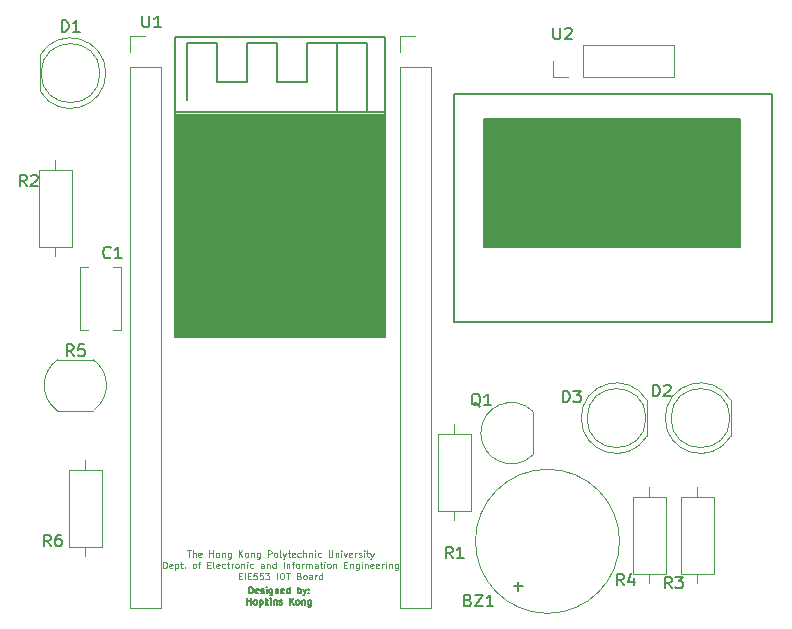
<source format=gto>
G04 #@! TF.GenerationSoftware,KiCad,Pcbnew,5.0.0+dfsg1-1*
G04 #@! TF.CreationDate,2018-08-21T17:11:21+08:00*
G04 #@! TF.ProjectId,IOT,494F542E6B696361645F706362000000,rev?*
G04 #@! TF.SameCoordinates,Original*
G04 #@! TF.FileFunction,Legend,Top*
G04 #@! TF.FilePolarity,Positive*
%FSLAX46Y46*%
G04 Gerber Fmt 4.6, Leading zero omitted, Abs format (unit mm)*
G04 Created by KiCad (PCBNEW 5.0.0+dfsg1-1) date Tue Aug 21 17:11:21 2018*
%MOMM*%
%LPD*%
G01*
G04 APERTURE LIST*
%ADD10C,0.137500*%
%ADD11C,0.125000*%
%ADD12C,0.120000*%
%ADD13C,0.150000*%
G04 APERTURE END LIST*
D10*
X41808714Y-85937059D02*
X41808714Y-85387059D01*
X41939666Y-85387059D01*
X42018238Y-85413250D01*
X42070619Y-85465630D01*
X42096809Y-85518011D01*
X42123000Y-85622773D01*
X42123000Y-85701345D01*
X42096809Y-85806107D01*
X42070619Y-85858488D01*
X42018238Y-85910869D01*
X41939666Y-85937059D01*
X41808714Y-85937059D01*
X42568238Y-85910869D02*
X42515857Y-85937059D01*
X42411095Y-85937059D01*
X42358714Y-85910869D01*
X42332523Y-85858488D01*
X42332523Y-85648964D01*
X42358714Y-85596583D01*
X42411095Y-85570392D01*
X42515857Y-85570392D01*
X42568238Y-85596583D01*
X42594428Y-85648964D01*
X42594428Y-85701345D01*
X42332523Y-85753726D01*
X42803952Y-85910869D02*
X42856333Y-85937059D01*
X42961095Y-85937059D01*
X43013476Y-85910869D01*
X43039666Y-85858488D01*
X43039666Y-85832297D01*
X43013476Y-85779916D01*
X42961095Y-85753726D01*
X42882523Y-85753726D01*
X42830142Y-85727535D01*
X42803952Y-85675154D01*
X42803952Y-85648964D01*
X42830142Y-85596583D01*
X42882523Y-85570392D01*
X42961095Y-85570392D01*
X43013476Y-85596583D01*
X43275380Y-85937059D02*
X43275380Y-85570392D01*
X43275380Y-85387059D02*
X43249190Y-85413250D01*
X43275380Y-85439440D01*
X43301571Y-85413250D01*
X43275380Y-85387059D01*
X43275380Y-85439440D01*
X43773000Y-85570392D02*
X43773000Y-86015630D01*
X43746809Y-86068011D01*
X43720619Y-86094202D01*
X43668238Y-86120392D01*
X43589666Y-86120392D01*
X43537285Y-86094202D01*
X43773000Y-85910869D02*
X43720619Y-85937059D01*
X43615857Y-85937059D01*
X43563476Y-85910869D01*
X43537285Y-85884678D01*
X43511095Y-85832297D01*
X43511095Y-85675154D01*
X43537285Y-85622773D01*
X43563476Y-85596583D01*
X43615857Y-85570392D01*
X43720619Y-85570392D01*
X43773000Y-85596583D01*
X44034904Y-85570392D02*
X44034904Y-85937059D01*
X44034904Y-85622773D02*
X44061095Y-85596583D01*
X44113476Y-85570392D01*
X44192047Y-85570392D01*
X44244428Y-85596583D01*
X44270619Y-85648964D01*
X44270619Y-85937059D01*
X44742047Y-85910869D02*
X44689666Y-85937059D01*
X44584904Y-85937059D01*
X44532523Y-85910869D01*
X44506333Y-85858488D01*
X44506333Y-85648964D01*
X44532523Y-85596583D01*
X44584904Y-85570392D01*
X44689666Y-85570392D01*
X44742047Y-85596583D01*
X44768238Y-85648964D01*
X44768238Y-85701345D01*
X44506333Y-85753726D01*
X45239666Y-85937059D02*
X45239666Y-85387059D01*
X45239666Y-85910869D02*
X45187285Y-85937059D01*
X45082523Y-85937059D01*
X45030142Y-85910869D01*
X45003952Y-85884678D01*
X44977761Y-85832297D01*
X44977761Y-85675154D01*
X45003952Y-85622773D01*
X45030142Y-85596583D01*
X45082523Y-85570392D01*
X45187285Y-85570392D01*
X45239666Y-85596583D01*
X45920619Y-85937059D02*
X45920619Y-85387059D01*
X45920619Y-85596583D02*
X45973000Y-85570392D01*
X46077761Y-85570392D01*
X46130142Y-85596583D01*
X46156333Y-85622773D01*
X46182523Y-85675154D01*
X46182523Y-85832297D01*
X46156333Y-85884678D01*
X46130142Y-85910869D01*
X46077761Y-85937059D01*
X45973000Y-85937059D01*
X45920619Y-85910869D01*
X46365857Y-85570392D02*
X46496809Y-85937059D01*
X46627761Y-85570392D02*
X46496809Y-85937059D01*
X46444428Y-86068011D01*
X46418238Y-86094202D01*
X46365857Y-86120392D01*
X46837285Y-85884678D02*
X46863476Y-85910869D01*
X46837285Y-85937059D01*
X46811095Y-85910869D01*
X46837285Y-85884678D01*
X46837285Y-85937059D01*
X46837285Y-85596583D02*
X46863476Y-85622773D01*
X46837285Y-85648964D01*
X46811095Y-85622773D01*
X46837285Y-85596583D01*
X46837285Y-85648964D01*
X41612285Y-86899559D02*
X41612285Y-86349559D01*
X41612285Y-86611464D02*
X41926571Y-86611464D01*
X41926571Y-86899559D02*
X41926571Y-86349559D01*
X42267047Y-86899559D02*
X42214666Y-86873369D01*
X42188476Y-86847178D01*
X42162285Y-86794797D01*
X42162285Y-86637654D01*
X42188476Y-86585273D01*
X42214666Y-86559083D01*
X42267047Y-86532892D01*
X42345619Y-86532892D01*
X42398000Y-86559083D01*
X42424190Y-86585273D01*
X42450380Y-86637654D01*
X42450380Y-86794797D01*
X42424190Y-86847178D01*
X42398000Y-86873369D01*
X42345619Y-86899559D01*
X42267047Y-86899559D01*
X42686095Y-86532892D02*
X42686095Y-87082892D01*
X42686095Y-86559083D02*
X42738476Y-86532892D01*
X42843238Y-86532892D01*
X42895619Y-86559083D01*
X42921809Y-86585273D01*
X42948000Y-86637654D01*
X42948000Y-86794797D01*
X42921809Y-86847178D01*
X42895619Y-86873369D01*
X42843238Y-86899559D01*
X42738476Y-86899559D01*
X42686095Y-86873369D01*
X43183714Y-86899559D02*
X43183714Y-86349559D01*
X43236095Y-86690035D02*
X43393238Y-86899559D01*
X43393238Y-86532892D02*
X43183714Y-86742416D01*
X43628952Y-86899559D02*
X43628952Y-86532892D01*
X43628952Y-86349559D02*
X43602761Y-86375750D01*
X43628952Y-86401940D01*
X43655142Y-86375750D01*
X43628952Y-86349559D01*
X43628952Y-86401940D01*
X43890857Y-86532892D02*
X43890857Y-86899559D01*
X43890857Y-86585273D02*
X43917047Y-86559083D01*
X43969428Y-86532892D01*
X44048000Y-86532892D01*
X44100380Y-86559083D01*
X44126571Y-86611464D01*
X44126571Y-86899559D01*
X44362285Y-86873369D02*
X44414666Y-86899559D01*
X44519428Y-86899559D01*
X44571809Y-86873369D01*
X44598000Y-86820988D01*
X44598000Y-86794797D01*
X44571809Y-86742416D01*
X44519428Y-86716226D01*
X44440857Y-86716226D01*
X44388476Y-86690035D01*
X44362285Y-86637654D01*
X44362285Y-86611464D01*
X44388476Y-86559083D01*
X44440857Y-86532892D01*
X44519428Y-86532892D01*
X44571809Y-86559083D01*
X45252761Y-86899559D02*
X45252761Y-86349559D01*
X45567047Y-86899559D02*
X45331333Y-86585273D01*
X45567047Y-86349559D02*
X45252761Y-86663845D01*
X45881333Y-86899559D02*
X45828952Y-86873369D01*
X45802761Y-86847178D01*
X45776571Y-86794797D01*
X45776571Y-86637654D01*
X45802761Y-86585273D01*
X45828952Y-86559083D01*
X45881333Y-86532892D01*
X45959904Y-86532892D01*
X46012285Y-86559083D01*
X46038476Y-86585273D01*
X46064666Y-86637654D01*
X46064666Y-86794797D01*
X46038476Y-86847178D01*
X46012285Y-86873369D01*
X45959904Y-86899559D01*
X45881333Y-86899559D01*
X46300380Y-86532892D02*
X46300380Y-86899559D01*
X46300380Y-86585273D02*
X46326571Y-86559083D01*
X46378952Y-86532892D01*
X46457523Y-86532892D01*
X46509904Y-86559083D01*
X46536095Y-86611464D01*
X46536095Y-86899559D01*
X47033714Y-86532892D02*
X47033714Y-86978130D01*
X47007523Y-87030511D01*
X46981333Y-87056702D01*
X46928952Y-87082892D01*
X46850380Y-87082892D01*
X46798000Y-87056702D01*
X47033714Y-86873369D02*
X46981333Y-86899559D01*
X46876571Y-86899559D01*
X46824190Y-86873369D01*
X46798000Y-86847178D01*
X46771809Y-86794797D01*
X46771809Y-86637654D01*
X46798000Y-86585273D01*
X46824190Y-86559083D01*
X46876571Y-86532892D01*
X46981333Y-86532892D01*
X47033714Y-86559083D01*
D11*
X36540476Y-82314809D02*
X36854761Y-82314809D01*
X36697619Y-82864809D02*
X36697619Y-82314809D01*
X37038095Y-82864809D02*
X37038095Y-82314809D01*
X37273809Y-82864809D02*
X37273809Y-82576714D01*
X37247619Y-82524333D01*
X37195238Y-82498142D01*
X37116666Y-82498142D01*
X37064285Y-82524333D01*
X37038095Y-82550523D01*
X37745238Y-82838619D02*
X37692857Y-82864809D01*
X37588095Y-82864809D01*
X37535714Y-82838619D01*
X37509523Y-82786238D01*
X37509523Y-82576714D01*
X37535714Y-82524333D01*
X37588095Y-82498142D01*
X37692857Y-82498142D01*
X37745238Y-82524333D01*
X37771428Y-82576714D01*
X37771428Y-82629095D01*
X37509523Y-82681476D01*
X38426190Y-82864809D02*
X38426190Y-82314809D01*
X38426190Y-82576714D02*
X38740476Y-82576714D01*
X38740476Y-82864809D02*
X38740476Y-82314809D01*
X39080952Y-82864809D02*
X39028571Y-82838619D01*
X39002380Y-82812428D01*
X38976190Y-82760047D01*
X38976190Y-82602904D01*
X39002380Y-82550523D01*
X39028571Y-82524333D01*
X39080952Y-82498142D01*
X39159523Y-82498142D01*
X39211904Y-82524333D01*
X39238095Y-82550523D01*
X39264285Y-82602904D01*
X39264285Y-82760047D01*
X39238095Y-82812428D01*
X39211904Y-82838619D01*
X39159523Y-82864809D01*
X39080952Y-82864809D01*
X39500000Y-82498142D02*
X39500000Y-82864809D01*
X39500000Y-82550523D02*
X39526190Y-82524333D01*
X39578571Y-82498142D01*
X39657142Y-82498142D01*
X39709523Y-82524333D01*
X39735714Y-82576714D01*
X39735714Y-82864809D01*
X40233333Y-82498142D02*
X40233333Y-82943380D01*
X40207142Y-82995761D01*
X40180952Y-83021952D01*
X40128571Y-83048142D01*
X40050000Y-83048142D01*
X39997619Y-83021952D01*
X40233333Y-82838619D02*
X40180952Y-82864809D01*
X40076190Y-82864809D01*
X40023809Y-82838619D01*
X39997619Y-82812428D01*
X39971428Y-82760047D01*
X39971428Y-82602904D01*
X39997619Y-82550523D01*
X40023809Y-82524333D01*
X40076190Y-82498142D01*
X40180952Y-82498142D01*
X40233333Y-82524333D01*
X40914285Y-82864809D02*
X40914285Y-82314809D01*
X41228571Y-82864809D02*
X40992857Y-82550523D01*
X41228571Y-82314809D02*
X40914285Y-82629095D01*
X41542857Y-82864809D02*
X41490476Y-82838619D01*
X41464285Y-82812428D01*
X41438095Y-82760047D01*
X41438095Y-82602904D01*
X41464285Y-82550523D01*
X41490476Y-82524333D01*
X41542857Y-82498142D01*
X41621428Y-82498142D01*
X41673809Y-82524333D01*
X41700000Y-82550523D01*
X41726190Y-82602904D01*
X41726190Y-82760047D01*
X41700000Y-82812428D01*
X41673809Y-82838619D01*
X41621428Y-82864809D01*
X41542857Y-82864809D01*
X41961904Y-82498142D02*
X41961904Y-82864809D01*
X41961904Y-82550523D02*
X41988095Y-82524333D01*
X42040476Y-82498142D01*
X42119047Y-82498142D01*
X42171428Y-82524333D01*
X42197619Y-82576714D01*
X42197619Y-82864809D01*
X42695238Y-82498142D02*
X42695238Y-82943380D01*
X42669047Y-82995761D01*
X42642857Y-83021952D01*
X42590476Y-83048142D01*
X42511904Y-83048142D01*
X42459523Y-83021952D01*
X42695238Y-82838619D02*
X42642857Y-82864809D01*
X42538095Y-82864809D01*
X42485714Y-82838619D01*
X42459523Y-82812428D01*
X42433333Y-82760047D01*
X42433333Y-82602904D01*
X42459523Y-82550523D01*
X42485714Y-82524333D01*
X42538095Y-82498142D01*
X42642857Y-82498142D01*
X42695238Y-82524333D01*
X43376190Y-82864809D02*
X43376190Y-82314809D01*
X43585714Y-82314809D01*
X43638095Y-82341000D01*
X43664285Y-82367190D01*
X43690476Y-82419571D01*
X43690476Y-82498142D01*
X43664285Y-82550523D01*
X43638095Y-82576714D01*
X43585714Y-82602904D01*
X43376190Y-82602904D01*
X44004761Y-82864809D02*
X43952380Y-82838619D01*
X43926190Y-82812428D01*
X43900000Y-82760047D01*
X43900000Y-82602904D01*
X43926190Y-82550523D01*
X43952380Y-82524333D01*
X44004761Y-82498142D01*
X44083333Y-82498142D01*
X44135714Y-82524333D01*
X44161904Y-82550523D01*
X44188095Y-82602904D01*
X44188095Y-82760047D01*
X44161904Y-82812428D01*
X44135714Y-82838619D01*
X44083333Y-82864809D01*
X44004761Y-82864809D01*
X44502380Y-82864809D02*
X44450000Y-82838619D01*
X44423809Y-82786238D01*
X44423809Y-82314809D01*
X44659523Y-82498142D02*
X44790476Y-82864809D01*
X44921428Y-82498142D02*
X44790476Y-82864809D01*
X44738095Y-82995761D01*
X44711904Y-83021952D01*
X44659523Y-83048142D01*
X45052380Y-82498142D02*
X45261904Y-82498142D01*
X45130952Y-82314809D02*
X45130952Y-82786238D01*
X45157142Y-82838619D01*
X45209523Y-82864809D01*
X45261904Y-82864809D01*
X45654761Y-82838619D02*
X45602380Y-82864809D01*
X45497619Y-82864809D01*
X45445238Y-82838619D01*
X45419047Y-82786238D01*
X45419047Y-82576714D01*
X45445238Y-82524333D01*
X45497619Y-82498142D01*
X45602380Y-82498142D01*
X45654761Y-82524333D01*
X45680952Y-82576714D01*
X45680952Y-82629095D01*
X45419047Y-82681476D01*
X46152380Y-82838619D02*
X46100000Y-82864809D01*
X45995238Y-82864809D01*
X45942857Y-82838619D01*
X45916666Y-82812428D01*
X45890476Y-82760047D01*
X45890476Y-82602904D01*
X45916666Y-82550523D01*
X45942857Y-82524333D01*
X45995238Y-82498142D01*
X46100000Y-82498142D01*
X46152380Y-82524333D01*
X46388095Y-82864809D02*
X46388095Y-82314809D01*
X46623809Y-82864809D02*
X46623809Y-82576714D01*
X46597619Y-82524333D01*
X46545238Y-82498142D01*
X46466666Y-82498142D01*
X46414285Y-82524333D01*
X46388095Y-82550523D01*
X46885714Y-82498142D02*
X46885714Y-82864809D01*
X46885714Y-82550523D02*
X46911904Y-82524333D01*
X46964285Y-82498142D01*
X47042857Y-82498142D01*
X47095238Y-82524333D01*
X47121428Y-82576714D01*
X47121428Y-82864809D01*
X47383333Y-82864809D02*
X47383333Y-82498142D01*
X47383333Y-82314809D02*
X47357142Y-82341000D01*
X47383333Y-82367190D01*
X47409523Y-82341000D01*
X47383333Y-82314809D01*
X47383333Y-82367190D01*
X47880952Y-82838619D02*
X47828571Y-82864809D01*
X47723809Y-82864809D01*
X47671428Y-82838619D01*
X47645238Y-82812428D01*
X47619047Y-82760047D01*
X47619047Y-82602904D01*
X47645238Y-82550523D01*
X47671428Y-82524333D01*
X47723809Y-82498142D01*
X47828571Y-82498142D01*
X47880952Y-82524333D01*
X48535714Y-82314809D02*
X48535714Y-82760047D01*
X48561904Y-82812428D01*
X48588095Y-82838619D01*
X48640476Y-82864809D01*
X48745238Y-82864809D01*
X48797619Y-82838619D01*
X48823809Y-82812428D01*
X48850000Y-82760047D01*
X48850000Y-82314809D01*
X49111904Y-82498142D02*
X49111904Y-82864809D01*
X49111904Y-82550523D02*
X49138095Y-82524333D01*
X49190476Y-82498142D01*
X49269047Y-82498142D01*
X49321428Y-82524333D01*
X49347619Y-82576714D01*
X49347619Y-82864809D01*
X49609523Y-82864809D02*
X49609523Y-82498142D01*
X49609523Y-82314809D02*
X49583333Y-82341000D01*
X49609523Y-82367190D01*
X49635714Y-82341000D01*
X49609523Y-82314809D01*
X49609523Y-82367190D01*
X49819047Y-82498142D02*
X49950000Y-82864809D01*
X50080952Y-82498142D01*
X50500000Y-82838619D02*
X50447619Y-82864809D01*
X50342857Y-82864809D01*
X50290476Y-82838619D01*
X50264285Y-82786238D01*
X50264285Y-82576714D01*
X50290476Y-82524333D01*
X50342857Y-82498142D01*
X50447619Y-82498142D01*
X50500000Y-82524333D01*
X50526190Y-82576714D01*
X50526190Y-82629095D01*
X50264285Y-82681476D01*
X50761904Y-82864809D02*
X50761904Y-82498142D01*
X50761904Y-82602904D02*
X50788095Y-82550523D01*
X50814285Y-82524333D01*
X50866666Y-82498142D01*
X50919047Y-82498142D01*
X51076190Y-82838619D02*
X51128571Y-82864809D01*
X51233333Y-82864809D01*
X51285714Y-82838619D01*
X51311904Y-82786238D01*
X51311904Y-82760047D01*
X51285714Y-82707666D01*
X51233333Y-82681476D01*
X51154761Y-82681476D01*
X51102380Y-82655285D01*
X51076190Y-82602904D01*
X51076190Y-82576714D01*
X51102380Y-82524333D01*
X51154761Y-82498142D01*
X51233333Y-82498142D01*
X51285714Y-82524333D01*
X51547619Y-82864809D02*
X51547619Y-82498142D01*
X51547619Y-82314809D02*
X51521428Y-82341000D01*
X51547619Y-82367190D01*
X51573809Y-82341000D01*
X51547619Y-82314809D01*
X51547619Y-82367190D01*
X51730952Y-82498142D02*
X51940476Y-82498142D01*
X51809523Y-82314809D02*
X51809523Y-82786238D01*
X51835714Y-82838619D01*
X51888095Y-82864809D01*
X51940476Y-82864809D01*
X52071428Y-82498142D02*
X52202380Y-82864809D01*
X52333333Y-82498142D02*
X52202380Y-82864809D01*
X52149999Y-82995761D01*
X52123809Y-83021952D01*
X52071428Y-83048142D01*
X34523809Y-83814809D02*
X34523809Y-83264809D01*
X34654761Y-83264809D01*
X34733333Y-83291000D01*
X34785714Y-83343380D01*
X34811904Y-83395761D01*
X34838095Y-83500523D01*
X34838095Y-83579095D01*
X34811904Y-83683857D01*
X34785714Y-83736238D01*
X34733333Y-83788619D01*
X34654761Y-83814809D01*
X34523809Y-83814809D01*
X35283333Y-83788619D02*
X35230952Y-83814809D01*
X35126190Y-83814809D01*
X35073809Y-83788619D01*
X35047619Y-83736238D01*
X35047619Y-83526714D01*
X35073809Y-83474333D01*
X35126190Y-83448142D01*
X35230952Y-83448142D01*
X35283333Y-83474333D01*
X35309523Y-83526714D01*
X35309523Y-83579095D01*
X35047619Y-83631476D01*
X35545238Y-83448142D02*
X35545238Y-83998142D01*
X35545238Y-83474333D02*
X35597619Y-83448142D01*
X35702380Y-83448142D01*
X35754761Y-83474333D01*
X35780952Y-83500523D01*
X35807142Y-83552904D01*
X35807142Y-83710047D01*
X35780952Y-83762428D01*
X35754761Y-83788619D01*
X35702380Y-83814809D01*
X35597619Y-83814809D01*
X35545238Y-83788619D01*
X35964285Y-83448142D02*
X36173809Y-83448142D01*
X36042857Y-83264809D02*
X36042857Y-83736238D01*
X36069047Y-83788619D01*
X36121428Y-83814809D01*
X36173809Y-83814809D01*
X36357142Y-83762428D02*
X36383333Y-83788619D01*
X36357142Y-83814809D01*
X36330952Y-83788619D01*
X36357142Y-83762428D01*
X36357142Y-83814809D01*
X37116666Y-83814809D02*
X37064285Y-83788619D01*
X37038095Y-83762428D01*
X37011904Y-83710047D01*
X37011904Y-83552904D01*
X37038095Y-83500523D01*
X37064285Y-83474333D01*
X37116666Y-83448142D01*
X37195238Y-83448142D01*
X37247619Y-83474333D01*
X37273809Y-83500523D01*
X37300000Y-83552904D01*
X37300000Y-83710047D01*
X37273809Y-83762428D01*
X37247619Y-83788619D01*
X37195238Y-83814809D01*
X37116666Y-83814809D01*
X37457142Y-83448142D02*
X37666666Y-83448142D01*
X37535714Y-83814809D02*
X37535714Y-83343380D01*
X37561904Y-83291000D01*
X37614285Y-83264809D01*
X37666666Y-83264809D01*
X38269047Y-83526714D02*
X38452380Y-83526714D01*
X38530952Y-83814809D02*
X38269047Y-83814809D01*
X38269047Y-83264809D01*
X38530952Y-83264809D01*
X38845238Y-83814809D02*
X38792857Y-83788619D01*
X38766666Y-83736238D01*
X38766666Y-83264809D01*
X39264285Y-83788619D02*
X39211904Y-83814809D01*
X39107142Y-83814809D01*
X39054761Y-83788619D01*
X39028571Y-83736238D01*
X39028571Y-83526714D01*
X39054761Y-83474333D01*
X39107142Y-83448142D01*
X39211904Y-83448142D01*
X39264285Y-83474333D01*
X39290476Y-83526714D01*
X39290476Y-83579095D01*
X39028571Y-83631476D01*
X39761904Y-83788619D02*
X39709523Y-83814809D01*
X39604761Y-83814809D01*
X39552380Y-83788619D01*
X39526190Y-83762428D01*
X39500000Y-83710047D01*
X39500000Y-83552904D01*
X39526190Y-83500523D01*
X39552380Y-83474333D01*
X39604761Y-83448142D01*
X39709523Y-83448142D01*
X39761904Y-83474333D01*
X39919047Y-83448142D02*
X40128571Y-83448142D01*
X39997619Y-83264809D02*
X39997619Y-83736238D01*
X40023809Y-83788619D01*
X40076190Y-83814809D01*
X40128571Y-83814809D01*
X40311904Y-83814809D02*
X40311904Y-83448142D01*
X40311904Y-83552904D02*
X40338095Y-83500523D01*
X40364285Y-83474333D01*
X40416666Y-83448142D01*
X40469047Y-83448142D01*
X40730952Y-83814809D02*
X40678571Y-83788619D01*
X40652380Y-83762428D01*
X40626190Y-83710047D01*
X40626190Y-83552904D01*
X40652380Y-83500523D01*
X40678571Y-83474333D01*
X40730952Y-83448142D01*
X40809523Y-83448142D01*
X40861904Y-83474333D01*
X40888095Y-83500523D01*
X40914285Y-83552904D01*
X40914285Y-83710047D01*
X40888095Y-83762428D01*
X40861904Y-83788619D01*
X40809523Y-83814809D01*
X40730952Y-83814809D01*
X41150000Y-83448142D02*
X41150000Y-83814809D01*
X41150000Y-83500523D02*
X41176190Y-83474333D01*
X41228571Y-83448142D01*
X41307142Y-83448142D01*
X41359523Y-83474333D01*
X41385714Y-83526714D01*
X41385714Y-83814809D01*
X41647619Y-83814809D02*
X41647619Y-83448142D01*
X41647619Y-83264809D02*
X41621428Y-83291000D01*
X41647619Y-83317190D01*
X41673809Y-83291000D01*
X41647619Y-83264809D01*
X41647619Y-83317190D01*
X42145238Y-83788619D02*
X42092857Y-83814809D01*
X41988095Y-83814809D01*
X41935714Y-83788619D01*
X41909523Y-83762428D01*
X41883333Y-83710047D01*
X41883333Y-83552904D01*
X41909523Y-83500523D01*
X41935714Y-83474333D01*
X41988095Y-83448142D01*
X42092857Y-83448142D01*
X42145238Y-83474333D01*
X43035714Y-83814809D02*
X43035714Y-83526714D01*
X43009523Y-83474333D01*
X42957142Y-83448142D01*
X42852380Y-83448142D01*
X42800000Y-83474333D01*
X43035714Y-83788619D02*
X42983333Y-83814809D01*
X42852380Y-83814809D01*
X42800000Y-83788619D01*
X42773809Y-83736238D01*
X42773809Y-83683857D01*
X42800000Y-83631476D01*
X42852380Y-83605285D01*
X42983333Y-83605285D01*
X43035714Y-83579095D01*
X43297619Y-83448142D02*
X43297619Y-83814809D01*
X43297619Y-83500523D02*
X43323809Y-83474333D01*
X43376190Y-83448142D01*
X43454761Y-83448142D01*
X43507142Y-83474333D01*
X43533333Y-83526714D01*
X43533333Y-83814809D01*
X44030952Y-83814809D02*
X44030952Y-83264809D01*
X44030952Y-83788619D02*
X43978571Y-83814809D01*
X43873809Y-83814809D01*
X43821428Y-83788619D01*
X43795238Y-83762428D01*
X43769047Y-83710047D01*
X43769047Y-83552904D01*
X43795238Y-83500523D01*
X43821428Y-83474333D01*
X43873809Y-83448142D01*
X43978571Y-83448142D01*
X44030952Y-83474333D01*
X44711904Y-83814809D02*
X44711904Y-83264809D01*
X44973809Y-83448142D02*
X44973809Y-83814809D01*
X44973809Y-83500523D02*
X45000000Y-83474333D01*
X45052380Y-83448142D01*
X45130952Y-83448142D01*
X45183333Y-83474333D01*
X45209523Y-83526714D01*
X45209523Y-83814809D01*
X45392857Y-83448142D02*
X45602380Y-83448142D01*
X45471428Y-83814809D02*
X45471428Y-83343380D01*
X45497619Y-83291000D01*
X45550000Y-83264809D01*
X45602380Y-83264809D01*
X45864285Y-83814809D02*
X45811904Y-83788619D01*
X45785714Y-83762428D01*
X45759523Y-83710047D01*
X45759523Y-83552904D01*
X45785714Y-83500523D01*
X45811904Y-83474333D01*
X45864285Y-83448142D01*
X45942857Y-83448142D01*
X45995238Y-83474333D01*
X46021428Y-83500523D01*
X46047619Y-83552904D01*
X46047619Y-83710047D01*
X46021428Y-83762428D01*
X45995238Y-83788619D01*
X45942857Y-83814809D01*
X45864285Y-83814809D01*
X46283333Y-83814809D02*
X46283333Y-83448142D01*
X46283333Y-83552904D02*
X46309523Y-83500523D01*
X46335714Y-83474333D01*
X46388095Y-83448142D01*
X46440476Y-83448142D01*
X46623809Y-83814809D02*
X46623809Y-83448142D01*
X46623809Y-83500523D02*
X46650000Y-83474333D01*
X46702380Y-83448142D01*
X46780952Y-83448142D01*
X46833333Y-83474333D01*
X46859523Y-83526714D01*
X46859523Y-83814809D01*
X46859523Y-83526714D02*
X46885714Y-83474333D01*
X46938095Y-83448142D01*
X47016666Y-83448142D01*
X47069047Y-83474333D01*
X47095238Y-83526714D01*
X47095238Y-83814809D01*
X47592857Y-83814809D02*
X47592857Y-83526714D01*
X47566666Y-83474333D01*
X47514285Y-83448142D01*
X47409523Y-83448142D01*
X47357142Y-83474333D01*
X47592857Y-83788619D02*
X47540476Y-83814809D01*
X47409523Y-83814809D01*
X47357142Y-83788619D01*
X47330952Y-83736238D01*
X47330952Y-83683857D01*
X47357142Y-83631476D01*
X47409523Y-83605285D01*
X47540476Y-83605285D01*
X47592857Y-83579095D01*
X47776190Y-83448142D02*
X47985714Y-83448142D01*
X47854761Y-83264809D02*
X47854761Y-83736238D01*
X47880952Y-83788619D01*
X47933333Y-83814809D01*
X47985714Y-83814809D01*
X48169047Y-83814809D02*
X48169047Y-83448142D01*
X48169047Y-83264809D02*
X48142857Y-83291000D01*
X48169047Y-83317190D01*
X48195238Y-83291000D01*
X48169047Y-83264809D01*
X48169047Y-83317190D01*
X48509523Y-83814809D02*
X48457142Y-83788619D01*
X48430952Y-83762428D01*
X48404761Y-83710047D01*
X48404761Y-83552904D01*
X48430952Y-83500523D01*
X48457142Y-83474333D01*
X48509523Y-83448142D01*
X48588095Y-83448142D01*
X48640476Y-83474333D01*
X48666666Y-83500523D01*
X48692857Y-83552904D01*
X48692857Y-83710047D01*
X48666666Y-83762428D01*
X48640476Y-83788619D01*
X48588095Y-83814809D01*
X48509523Y-83814809D01*
X48928571Y-83448142D02*
X48928571Y-83814809D01*
X48928571Y-83500523D02*
X48954761Y-83474333D01*
X49007142Y-83448142D01*
X49085714Y-83448142D01*
X49138095Y-83474333D01*
X49164285Y-83526714D01*
X49164285Y-83814809D01*
X49845238Y-83526714D02*
X50028571Y-83526714D01*
X50107142Y-83814809D02*
X49845238Y-83814809D01*
X49845238Y-83264809D01*
X50107142Y-83264809D01*
X50342857Y-83448142D02*
X50342857Y-83814809D01*
X50342857Y-83500523D02*
X50369047Y-83474333D01*
X50421428Y-83448142D01*
X50500000Y-83448142D01*
X50552380Y-83474333D01*
X50578571Y-83526714D01*
X50578571Y-83814809D01*
X51076190Y-83448142D02*
X51076190Y-83893380D01*
X51050000Y-83945761D01*
X51023809Y-83971952D01*
X50971428Y-83998142D01*
X50892857Y-83998142D01*
X50840476Y-83971952D01*
X51076190Y-83788619D02*
X51023809Y-83814809D01*
X50919047Y-83814809D01*
X50866666Y-83788619D01*
X50840476Y-83762428D01*
X50814285Y-83710047D01*
X50814285Y-83552904D01*
X50840476Y-83500523D01*
X50866666Y-83474333D01*
X50919047Y-83448142D01*
X51023809Y-83448142D01*
X51076190Y-83474333D01*
X51338095Y-83814809D02*
X51338095Y-83448142D01*
X51338095Y-83264809D02*
X51311904Y-83291000D01*
X51338095Y-83317190D01*
X51364285Y-83291000D01*
X51338095Y-83264809D01*
X51338095Y-83317190D01*
X51600000Y-83448142D02*
X51600000Y-83814809D01*
X51600000Y-83500523D02*
X51626190Y-83474333D01*
X51678571Y-83448142D01*
X51757142Y-83448142D01*
X51809523Y-83474333D01*
X51835714Y-83526714D01*
X51835714Y-83814809D01*
X52307142Y-83788619D02*
X52254761Y-83814809D01*
X52150000Y-83814809D01*
X52097619Y-83788619D01*
X52071428Y-83736238D01*
X52071428Y-83526714D01*
X52097619Y-83474333D01*
X52150000Y-83448142D01*
X52254761Y-83448142D01*
X52307142Y-83474333D01*
X52333333Y-83526714D01*
X52333333Y-83579095D01*
X52071428Y-83631476D01*
X52778571Y-83788619D02*
X52726190Y-83814809D01*
X52621428Y-83814809D01*
X52569047Y-83788619D01*
X52542857Y-83736238D01*
X52542857Y-83526714D01*
X52569047Y-83474333D01*
X52621428Y-83448142D01*
X52726190Y-83448142D01*
X52778571Y-83474333D01*
X52804761Y-83526714D01*
X52804761Y-83579095D01*
X52542857Y-83631476D01*
X53040476Y-83814809D02*
X53040476Y-83448142D01*
X53040476Y-83552904D02*
X53066666Y-83500523D01*
X53092857Y-83474333D01*
X53145238Y-83448142D01*
X53197619Y-83448142D01*
X53380952Y-83814809D02*
X53380952Y-83448142D01*
X53380952Y-83264809D02*
X53354761Y-83291000D01*
X53380952Y-83317190D01*
X53407142Y-83291000D01*
X53380952Y-83264809D01*
X53380952Y-83317190D01*
X53642857Y-83448142D02*
X53642857Y-83814809D01*
X53642857Y-83500523D02*
X53669047Y-83474333D01*
X53721428Y-83448142D01*
X53800000Y-83448142D01*
X53852380Y-83474333D01*
X53878571Y-83526714D01*
X53878571Y-83814809D01*
X54376190Y-83448142D02*
X54376190Y-83893380D01*
X54350000Y-83945761D01*
X54323809Y-83971952D01*
X54271428Y-83998142D01*
X54192857Y-83998142D01*
X54140476Y-83971952D01*
X54376190Y-83788619D02*
X54323809Y-83814809D01*
X54219047Y-83814809D01*
X54166666Y-83788619D01*
X54140476Y-83762428D01*
X54114285Y-83710047D01*
X54114285Y-83552904D01*
X54140476Y-83500523D01*
X54166666Y-83474333D01*
X54219047Y-83448142D01*
X54323809Y-83448142D01*
X54376190Y-83474333D01*
X40927380Y-84476714D02*
X41110714Y-84476714D01*
X41189285Y-84764809D02*
X40927380Y-84764809D01*
X40927380Y-84214809D01*
X41189285Y-84214809D01*
X41425000Y-84764809D02*
X41425000Y-84214809D01*
X41686904Y-84476714D02*
X41870238Y-84476714D01*
X41948809Y-84764809D02*
X41686904Y-84764809D01*
X41686904Y-84214809D01*
X41948809Y-84214809D01*
X42446428Y-84214809D02*
X42184523Y-84214809D01*
X42158333Y-84476714D01*
X42184523Y-84450523D01*
X42236904Y-84424333D01*
X42367857Y-84424333D01*
X42420238Y-84450523D01*
X42446428Y-84476714D01*
X42472619Y-84529095D01*
X42472619Y-84660047D01*
X42446428Y-84712428D01*
X42420238Y-84738619D01*
X42367857Y-84764809D01*
X42236904Y-84764809D01*
X42184523Y-84738619D01*
X42158333Y-84712428D01*
X42970238Y-84214809D02*
X42708333Y-84214809D01*
X42682142Y-84476714D01*
X42708333Y-84450523D01*
X42760714Y-84424333D01*
X42891666Y-84424333D01*
X42944047Y-84450523D01*
X42970238Y-84476714D01*
X42996428Y-84529095D01*
X42996428Y-84660047D01*
X42970238Y-84712428D01*
X42944047Y-84738619D01*
X42891666Y-84764809D01*
X42760714Y-84764809D01*
X42708333Y-84738619D01*
X42682142Y-84712428D01*
X43179761Y-84214809D02*
X43520238Y-84214809D01*
X43336904Y-84424333D01*
X43415476Y-84424333D01*
X43467857Y-84450523D01*
X43494047Y-84476714D01*
X43520238Y-84529095D01*
X43520238Y-84660047D01*
X43494047Y-84712428D01*
X43467857Y-84738619D01*
X43415476Y-84764809D01*
X43258333Y-84764809D01*
X43205952Y-84738619D01*
X43179761Y-84712428D01*
X44175000Y-84764809D02*
X44175000Y-84214809D01*
X44541666Y-84214809D02*
X44646428Y-84214809D01*
X44698809Y-84241000D01*
X44751190Y-84293380D01*
X44777380Y-84398142D01*
X44777380Y-84581476D01*
X44751190Y-84686238D01*
X44698809Y-84738619D01*
X44646428Y-84764809D01*
X44541666Y-84764809D01*
X44489285Y-84738619D01*
X44436904Y-84686238D01*
X44410714Y-84581476D01*
X44410714Y-84398142D01*
X44436904Y-84293380D01*
X44489285Y-84241000D01*
X44541666Y-84214809D01*
X44934523Y-84214809D02*
X45248809Y-84214809D01*
X45091666Y-84764809D02*
X45091666Y-84214809D01*
X46034523Y-84476714D02*
X46113095Y-84502904D01*
X46139285Y-84529095D01*
X46165476Y-84581476D01*
X46165476Y-84660047D01*
X46139285Y-84712428D01*
X46113095Y-84738619D01*
X46060714Y-84764809D01*
X45851190Y-84764809D01*
X45851190Y-84214809D01*
X46034523Y-84214809D01*
X46086904Y-84241000D01*
X46113095Y-84267190D01*
X46139285Y-84319571D01*
X46139285Y-84371952D01*
X46113095Y-84424333D01*
X46086904Y-84450523D01*
X46034523Y-84476714D01*
X45851190Y-84476714D01*
X46479761Y-84764809D02*
X46427380Y-84738619D01*
X46401190Y-84712428D01*
X46375000Y-84660047D01*
X46375000Y-84502904D01*
X46401190Y-84450523D01*
X46427380Y-84424333D01*
X46479761Y-84398142D01*
X46558333Y-84398142D01*
X46610714Y-84424333D01*
X46636904Y-84450523D01*
X46663095Y-84502904D01*
X46663095Y-84660047D01*
X46636904Y-84712428D01*
X46610714Y-84738619D01*
X46558333Y-84764809D01*
X46479761Y-84764809D01*
X47134523Y-84764809D02*
X47134523Y-84476714D01*
X47108333Y-84424333D01*
X47055952Y-84398142D01*
X46951190Y-84398142D01*
X46898809Y-84424333D01*
X47134523Y-84738619D02*
X47082142Y-84764809D01*
X46951190Y-84764809D01*
X46898809Y-84738619D01*
X46872619Y-84686238D01*
X46872619Y-84633857D01*
X46898809Y-84581476D01*
X46951190Y-84555285D01*
X47082142Y-84555285D01*
X47134523Y-84529095D01*
X47396428Y-84764809D02*
X47396428Y-84398142D01*
X47396428Y-84502904D02*
X47422619Y-84450523D01*
X47448809Y-84424333D01*
X47501190Y-84398142D01*
X47553571Y-84398142D01*
X47972619Y-84764809D02*
X47972619Y-84214809D01*
X47972619Y-84738619D02*
X47920238Y-84764809D01*
X47815476Y-84764809D01*
X47763095Y-84738619D01*
X47736904Y-84712428D01*
X47710714Y-84660047D01*
X47710714Y-84502904D01*
X47736904Y-84450523D01*
X47763095Y-84424333D01*
X47815476Y-84398142D01*
X47920238Y-84398142D01*
X47972619Y-84424333D01*
D12*
G04 #@! TO.C,D1*
X29660000Y-41910462D02*
G75*
G03X24110000Y-40365170I-2990000J462D01*
G01*
X29660000Y-41909538D02*
G75*
G02X24110000Y-43454830I-2990000J-462D01*
G01*
X29170000Y-41910000D02*
G75*
G03X29170000Y-41910000I-2500000J0D01*
G01*
X24110000Y-40365000D02*
X24110000Y-43455000D01*
G04 #@! TO.C,D2*
X82570000Y-72665000D02*
X82570000Y-69575000D01*
X82510000Y-71120000D02*
G75*
G03X82510000Y-71120000I-2500000J0D01*
G01*
X77020000Y-71120462D02*
G75*
G02X82570000Y-69575170I2990000J462D01*
G01*
X77020000Y-71119538D02*
G75*
G03X82570000Y-72664830I2990000J-462D01*
G01*
D13*
G04 #@! TO.C,U2*
X61645800Y-56667400D02*
X83388200Y-56667400D01*
X61645800Y-45770800D02*
X83388200Y-45770800D01*
X61645800Y-45770800D02*
X61645800Y-56642000D01*
X83388200Y-56667400D02*
X83388200Y-45821600D01*
X59182000Y-62992000D02*
X85852000Y-62992000D01*
X85852000Y-62992000D02*
X86106000Y-62992000D01*
X86106000Y-62992000D02*
X86106000Y-43688000D01*
X86106000Y-43688000D02*
X59182000Y-43688000D01*
X59182000Y-43688000D02*
X59182000Y-62992000D01*
D12*
X77784000Y-42224000D02*
X77784000Y-39564000D01*
X70104000Y-42224000D02*
X77784000Y-42224000D01*
X70104000Y-39564000D02*
X77784000Y-39564000D01*
X70104000Y-42224000D02*
X70104000Y-39564000D01*
X68834000Y-42224000D02*
X67504000Y-42224000D01*
X67504000Y-42224000D02*
X67504000Y-40894000D01*
D13*
X61645800Y-45770800D02*
X83388200Y-45770800D01*
X61645800Y-45770800D02*
X83388200Y-45770800D01*
X61645800Y-45770800D02*
X83388200Y-45770800D01*
X61645800Y-45770800D02*
X83388200Y-45770800D01*
X61645800Y-45897800D02*
X83388200Y-45897800D01*
X61645800Y-45897800D02*
X83388200Y-45897800D01*
X61645800Y-45897800D02*
X83388200Y-45897800D01*
X61645800Y-45897800D02*
X83388200Y-45897800D01*
X61645800Y-45897800D02*
X83388200Y-45897800D01*
X61645800Y-46024800D02*
X83388200Y-46024800D01*
X61645800Y-46024800D02*
X83388200Y-46024800D01*
X61645800Y-46024800D02*
X83388200Y-46024800D01*
X61645800Y-46024800D02*
X83388200Y-46024800D01*
X61645800Y-46024800D02*
X83388200Y-46024800D01*
X61645800Y-46151800D02*
X83388200Y-46151800D01*
X61645800Y-46151800D02*
X83388200Y-46151800D01*
X61645800Y-46151800D02*
X83388200Y-46151800D01*
X61645800Y-46151800D02*
X83388200Y-46151800D01*
X61645800Y-46151800D02*
X83388200Y-46151800D01*
X61645800Y-46278800D02*
X83388200Y-46278800D01*
X61645800Y-46278800D02*
X83388200Y-46278800D01*
X61645800Y-46278800D02*
X83388200Y-46278800D01*
X61645800Y-46278800D02*
X83388200Y-46278800D01*
X61645800Y-46278800D02*
X83388200Y-46278800D01*
X61645800Y-46405800D02*
X83388200Y-46405800D01*
X61645800Y-46405800D02*
X83388200Y-46405800D01*
X61645800Y-46405800D02*
X83388200Y-46405800D01*
X61645800Y-46405800D02*
X83388200Y-46405800D01*
X61645800Y-46405800D02*
X83388200Y-46405800D01*
X61645800Y-46532800D02*
X83388200Y-46532800D01*
X61645800Y-46532800D02*
X83388200Y-46532800D01*
X61645800Y-46532800D02*
X83388200Y-46532800D01*
X61645800Y-46532800D02*
X83388200Y-46532800D01*
X61645800Y-46532800D02*
X83388200Y-46532800D01*
X61645800Y-46659800D02*
X83388200Y-46659800D01*
X61645800Y-46659800D02*
X83388200Y-46659800D01*
X61645800Y-46659800D02*
X83388200Y-46659800D01*
X61645800Y-46659800D02*
X83388200Y-46659800D01*
X61645800Y-46659800D02*
X83388200Y-46659800D01*
X61645800Y-46786800D02*
X83388200Y-46786800D01*
X61645800Y-46786800D02*
X83388200Y-46786800D01*
X61645800Y-46786800D02*
X83388200Y-46786800D01*
X61645800Y-46786800D02*
X83388200Y-46786800D01*
X61645800Y-46786800D02*
X83388200Y-46786800D01*
X61645800Y-46913800D02*
X83388200Y-46913800D01*
X61645800Y-46913800D02*
X83388200Y-46913800D01*
X61645800Y-46913800D02*
X83388200Y-46913800D01*
X61645800Y-46913800D02*
X83388200Y-46913800D01*
X61645800Y-46913800D02*
X83388200Y-46913800D01*
X61645800Y-47040800D02*
X83388200Y-47040800D01*
X61645800Y-47040800D02*
X83388200Y-47040800D01*
X61645800Y-47040800D02*
X83388200Y-47040800D01*
X61645800Y-47040800D02*
X83388200Y-47040800D01*
X61645800Y-47040800D02*
X83388200Y-47040800D01*
X61645800Y-47167800D02*
X83388200Y-47167800D01*
X61645800Y-47167800D02*
X83388200Y-47167800D01*
X61645800Y-47167800D02*
X83388200Y-47167800D01*
X61645800Y-47167800D02*
X83388200Y-47167800D01*
X61645800Y-47167800D02*
X83388200Y-47167800D01*
X61645800Y-47294800D02*
X83388200Y-47294800D01*
X61645800Y-47294800D02*
X83388200Y-47294800D01*
X61645800Y-47294800D02*
X83388200Y-47294800D01*
X61645800Y-47294800D02*
X83388200Y-47294800D01*
X61645800Y-47294800D02*
X83388200Y-47294800D01*
X61645800Y-47421800D02*
X83388200Y-47421800D01*
X61645800Y-47421800D02*
X83388200Y-47421800D01*
X61645800Y-47421800D02*
X83388200Y-47421800D01*
X61645800Y-47421800D02*
X83388200Y-47421800D01*
X61645800Y-47421800D02*
X83388200Y-47421800D01*
X61645800Y-47548800D02*
X83388200Y-47548800D01*
X61645800Y-47548800D02*
X83388200Y-47548800D01*
X61645800Y-47548800D02*
X83388200Y-47548800D01*
X61645800Y-47548800D02*
X83388200Y-47548800D01*
X61645800Y-47548800D02*
X83388200Y-47548800D01*
X61645800Y-47675800D02*
X83388200Y-47675800D01*
X61645800Y-47675800D02*
X83388200Y-47675800D01*
X61645800Y-47675800D02*
X83388200Y-47675800D01*
X61645800Y-47675800D02*
X83388200Y-47675800D01*
X61645800Y-47675800D02*
X83388200Y-47675800D01*
X61645800Y-47802800D02*
X83388200Y-47802800D01*
X61645800Y-47802800D02*
X83388200Y-47802800D01*
X61645800Y-47802800D02*
X83388200Y-47802800D01*
X61645800Y-47802800D02*
X83388200Y-47802800D01*
X61645800Y-47802800D02*
X83388200Y-47802800D01*
X61645800Y-47929800D02*
X83388200Y-47929800D01*
X61645800Y-47929800D02*
X83388200Y-47929800D01*
X61645800Y-47929800D02*
X83388200Y-47929800D01*
X61645800Y-47929800D02*
X83388200Y-47929800D01*
X61645800Y-47929800D02*
X83388200Y-47929800D01*
X61645800Y-48056800D02*
X83388200Y-48056800D01*
X61645800Y-48056800D02*
X83388200Y-48056800D01*
X61645800Y-48056800D02*
X83388200Y-48056800D01*
X61645800Y-48056800D02*
X83388200Y-48056800D01*
X61645800Y-48056800D02*
X83388200Y-48056800D01*
X61645800Y-48183800D02*
X83388200Y-48183800D01*
X61645800Y-48183800D02*
X83388200Y-48183800D01*
X61645800Y-48183800D02*
X83388200Y-48183800D01*
X61645800Y-48183800D02*
X83388200Y-48183800D01*
X61645800Y-48183800D02*
X83388200Y-48183800D01*
X61645800Y-48310800D02*
X83388200Y-48310800D01*
X61645800Y-48310800D02*
X83388200Y-48310800D01*
X61645800Y-48310800D02*
X83388200Y-48310800D01*
X61645800Y-48310800D02*
X83388200Y-48310800D01*
X61645800Y-48310800D02*
X83388200Y-48310800D01*
X61645800Y-48437800D02*
X83388200Y-48437800D01*
X61645800Y-48437800D02*
X83388200Y-48437800D01*
X61645800Y-48437800D02*
X83388200Y-48437800D01*
X61645800Y-48437800D02*
X83388200Y-48437800D01*
X61645800Y-48437800D02*
X83388200Y-48437800D01*
X61645800Y-48564800D02*
X83388200Y-48564800D01*
X61645800Y-48564800D02*
X83388200Y-48564800D01*
X61645800Y-48564800D02*
X83388200Y-48564800D01*
X61645800Y-48564800D02*
X83388200Y-48564800D01*
X61645800Y-48564800D02*
X83388200Y-48564800D01*
X61645800Y-48691800D02*
X83388200Y-48691800D01*
X61645800Y-48691800D02*
X83388200Y-48691800D01*
X61645800Y-48691800D02*
X83388200Y-48691800D01*
X61645800Y-48691800D02*
X83388200Y-48691800D01*
X61645800Y-48691800D02*
X83388200Y-48691800D01*
X61645800Y-48818800D02*
X83388200Y-48818800D01*
X61645800Y-48818800D02*
X83388200Y-48818800D01*
X61645800Y-48818800D02*
X83388200Y-48818800D01*
X61645800Y-48818800D02*
X83388200Y-48818800D01*
X61645800Y-48818800D02*
X83388200Y-48818800D01*
X61645800Y-48945800D02*
X83388200Y-48945800D01*
X61645800Y-48945800D02*
X83388200Y-48945800D01*
X61645800Y-48945800D02*
X83388200Y-48945800D01*
X61645800Y-48945800D02*
X83388200Y-48945800D01*
X61645800Y-48945800D02*
X83388200Y-48945800D01*
X61645800Y-49072800D02*
X83388200Y-49072800D01*
X61645800Y-49072800D02*
X83388200Y-49072800D01*
X61645800Y-49072800D02*
X83388200Y-49072800D01*
X61645800Y-49072800D02*
X83388200Y-49072800D01*
X61645800Y-49072800D02*
X83388200Y-49072800D01*
X61645800Y-49199800D02*
X83388200Y-49199800D01*
X61645800Y-49199800D02*
X83388200Y-49199800D01*
X61645800Y-49199800D02*
X83388200Y-49199800D01*
X61645800Y-49199800D02*
X83388200Y-49199800D01*
X61645800Y-49199800D02*
X83388200Y-49199800D01*
X61645800Y-49326800D02*
X83388200Y-49326800D01*
X61645800Y-49326800D02*
X83388200Y-49326800D01*
X61645800Y-49326800D02*
X83388200Y-49326800D01*
X61645800Y-49326800D02*
X83388200Y-49326800D01*
X61645800Y-49326800D02*
X83388200Y-49326800D01*
X61645800Y-49453800D02*
X83388200Y-49453800D01*
X61645800Y-49453800D02*
X83388200Y-49453800D01*
X61645800Y-49453800D02*
X83388200Y-49453800D01*
X61645800Y-49453800D02*
X83388200Y-49453800D01*
X61645800Y-49453800D02*
X83388200Y-49453800D01*
X61645800Y-49580800D02*
X83388200Y-49580800D01*
X61645800Y-49580800D02*
X83388200Y-49580800D01*
X61645800Y-49580800D02*
X83388200Y-49580800D01*
X61645800Y-49580800D02*
X83388200Y-49580800D01*
X61645800Y-49580800D02*
X83388200Y-49580800D01*
X61645800Y-49707800D02*
X83388200Y-49707800D01*
X61645800Y-49707800D02*
X83388200Y-49707800D01*
X61645800Y-49707800D02*
X83388200Y-49707800D01*
X61645800Y-49707800D02*
X83388200Y-49707800D01*
X61645800Y-49707800D02*
X83388200Y-49707800D01*
X61645800Y-49834800D02*
X83388200Y-49834800D01*
X61645800Y-49834800D02*
X83388200Y-49834800D01*
X61645800Y-49834800D02*
X83388200Y-49834800D01*
X61645800Y-49834800D02*
X83388200Y-49834800D01*
X61645800Y-49834800D02*
X83388200Y-49834800D01*
X61645800Y-49961800D02*
X83388200Y-49961800D01*
X61645800Y-49961800D02*
X83388200Y-49961800D01*
X61645800Y-49961800D02*
X83388200Y-49961800D01*
X61645800Y-49961800D02*
X83388200Y-49961800D01*
X61645800Y-49961800D02*
X83388200Y-49961800D01*
X61645800Y-50088800D02*
X83388200Y-50088800D01*
X61645800Y-50088800D02*
X83388200Y-50088800D01*
X61645800Y-50088800D02*
X83388200Y-50088800D01*
X61645800Y-50088800D02*
X83388200Y-50088800D01*
X61645800Y-50088800D02*
X83388200Y-50088800D01*
X61645800Y-50215800D02*
X83388200Y-50215800D01*
X61645800Y-50215800D02*
X83388200Y-50215800D01*
X61645800Y-50215800D02*
X83388200Y-50215800D01*
X61645800Y-50215800D02*
X83388200Y-50215800D01*
X61645800Y-50215800D02*
X83388200Y-50215800D01*
X61645800Y-50342800D02*
X83388200Y-50342800D01*
X61645800Y-50342800D02*
X83388200Y-50342800D01*
X61645800Y-50342800D02*
X83388200Y-50342800D01*
X61645800Y-50342800D02*
X83388200Y-50342800D01*
X61645800Y-50342800D02*
X83388200Y-50342800D01*
X61645800Y-50469800D02*
X83388200Y-50469800D01*
X61645800Y-50469800D02*
X83388200Y-50469800D01*
X61645800Y-50469800D02*
X83388200Y-50469800D01*
X61645800Y-50469800D02*
X83388200Y-50469800D01*
X61645800Y-50469800D02*
X83388200Y-50469800D01*
X61645800Y-50596800D02*
X83388200Y-50596800D01*
X61645800Y-50596800D02*
X83388200Y-50596800D01*
X61645800Y-50596800D02*
X83388200Y-50596800D01*
X61645800Y-50596800D02*
X83388200Y-50596800D01*
X61645800Y-50596800D02*
X83388200Y-50596800D01*
X61645800Y-50723800D02*
X83388200Y-50723800D01*
X61645800Y-50723800D02*
X83388200Y-50723800D01*
X61645800Y-50723800D02*
X83388200Y-50723800D01*
X61645800Y-50723800D02*
X83388200Y-50723800D01*
X61645800Y-50723800D02*
X83388200Y-50723800D01*
X61645800Y-50850800D02*
X83388200Y-50850800D01*
X61645800Y-50850800D02*
X83388200Y-50850800D01*
X61645800Y-50850800D02*
X83388200Y-50850800D01*
X61645800Y-50850800D02*
X83388200Y-50850800D01*
X61645800Y-50850800D02*
X83388200Y-50850800D01*
X61645800Y-50977800D02*
X83388200Y-50977800D01*
X61645800Y-50977800D02*
X83388200Y-50977800D01*
X61645800Y-50977800D02*
X83388200Y-50977800D01*
X61645800Y-50977800D02*
X83388200Y-50977800D01*
X61645800Y-50977800D02*
X83388200Y-50977800D01*
X61645800Y-51104800D02*
X83388200Y-51104800D01*
X61645800Y-51104800D02*
X83388200Y-51104800D01*
X61645800Y-51104800D02*
X83388200Y-51104800D01*
X61645800Y-51104800D02*
X83388200Y-51104800D01*
X61645800Y-51104800D02*
X83388200Y-51104800D01*
X61645800Y-51231800D02*
X83388200Y-51231800D01*
X61645800Y-51231800D02*
X83388200Y-51231800D01*
X61645800Y-51231800D02*
X83388200Y-51231800D01*
X61645800Y-51231800D02*
X83388200Y-51231800D01*
X61645800Y-51231800D02*
X83388200Y-51231800D01*
X61645800Y-51358800D02*
X83388200Y-51358800D01*
X61645800Y-51358800D02*
X83388200Y-51358800D01*
X61645800Y-51358800D02*
X83388200Y-51358800D01*
X61645800Y-51358800D02*
X83388200Y-51358800D01*
X61645800Y-51358800D02*
X83388200Y-51358800D01*
X61645800Y-51485800D02*
X83388200Y-51485800D01*
X61645800Y-51485800D02*
X83388200Y-51485800D01*
X61645800Y-51485800D02*
X83388200Y-51485800D01*
X61645800Y-51485800D02*
X83388200Y-51485800D01*
X61645800Y-51485800D02*
X83388200Y-51485800D01*
X61645800Y-51612800D02*
X83388200Y-51612800D01*
X61645800Y-51612800D02*
X83388200Y-51612800D01*
X61645800Y-51612800D02*
X83388200Y-51612800D01*
X61645800Y-51612800D02*
X83388200Y-51612800D01*
X61645800Y-51612800D02*
X83388200Y-51612800D01*
X61645800Y-51739800D02*
X83388200Y-51739800D01*
X61645800Y-51739800D02*
X83388200Y-51739800D01*
X61645800Y-51739800D02*
X83388200Y-51739800D01*
X61645800Y-51739800D02*
X83388200Y-51739800D01*
X61645800Y-51739800D02*
X83388200Y-51739800D01*
X61645800Y-51866800D02*
X83388200Y-51866800D01*
X61645800Y-51866800D02*
X83388200Y-51866800D01*
X61645800Y-51866800D02*
X83388200Y-51866800D01*
X61645800Y-51866800D02*
X83388200Y-51866800D01*
X61645800Y-51866800D02*
X83388200Y-51866800D01*
X61645800Y-51993800D02*
X83388200Y-51993800D01*
X61645800Y-51993800D02*
X83388200Y-51993800D01*
X61645800Y-51993800D02*
X83388200Y-51993800D01*
X61645800Y-51993800D02*
X83388200Y-51993800D01*
X61645800Y-51993800D02*
X83388200Y-51993800D01*
X61645800Y-52120800D02*
X83388200Y-52120800D01*
X61645800Y-52120800D02*
X83388200Y-52120800D01*
X61645800Y-52120800D02*
X83388200Y-52120800D01*
X61645800Y-52120800D02*
X83388200Y-52120800D01*
X61645800Y-52120800D02*
X83388200Y-52120800D01*
X61645800Y-52247800D02*
X83388200Y-52247800D01*
X61645800Y-52247800D02*
X83388200Y-52247800D01*
X61645800Y-52247800D02*
X83388200Y-52247800D01*
X61645800Y-52247800D02*
X83388200Y-52247800D01*
X61645800Y-52247800D02*
X83388200Y-52247800D01*
X61645800Y-52374800D02*
X83388200Y-52374800D01*
X61645800Y-52374800D02*
X83388200Y-52374800D01*
X61645800Y-52374800D02*
X83388200Y-52374800D01*
X61645800Y-52374800D02*
X83388200Y-52374800D01*
X61645800Y-52374800D02*
X83388200Y-52374800D01*
X61645800Y-52501800D02*
X83388200Y-52501800D01*
X61645800Y-52501800D02*
X83388200Y-52501800D01*
X61645800Y-52501800D02*
X83388200Y-52501800D01*
X61645800Y-52501800D02*
X83388200Y-52501800D01*
X61645800Y-52501800D02*
X83388200Y-52501800D01*
X61645800Y-52628800D02*
X83388200Y-52628800D01*
X61645800Y-52628800D02*
X83388200Y-52628800D01*
X61645800Y-52628800D02*
X83388200Y-52628800D01*
X61645800Y-52628800D02*
X83388200Y-52628800D01*
X61645800Y-52628800D02*
X83388200Y-52628800D01*
X61645800Y-52755800D02*
X83388200Y-52755800D01*
X61645800Y-52755800D02*
X83388200Y-52755800D01*
X61645800Y-52755800D02*
X83388200Y-52755800D01*
X61645800Y-52755800D02*
X83388200Y-52755800D01*
X61645800Y-52755800D02*
X83388200Y-52755800D01*
X61645800Y-52882800D02*
X83388200Y-52882800D01*
X61645800Y-52882800D02*
X83388200Y-52882800D01*
X61645800Y-52882800D02*
X83388200Y-52882800D01*
X61645800Y-52882800D02*
X83388200Y-52882800D01*
X61645800Y-52882800D02*
X83388200Y-52882800D01*
X61645800Y-53009800D02*
X83388200Y-53009800D01*
X61645800Y-53009800D02*
X83388200Y-53009800D01*
X61645800Y-53009800D02*
X83388200Y-53009800D01*
X61645800Y-53009800D02*
X83388200Y-53009800D01*
X61645800Y-53009800D02*
X83388200Y-53009800D01*
X61645800Y-53136800D02*
X83388200Y-53136800D01*
X61645800Y-53136800D02*
X83388200Y-53136800D01*
X61645800Y-53136800D02*
X83388200Y-53136800D01*
X61645800Y-53136800D02*
X83388200Y-53136800D01*
X61645800Y-53136800D02*
X83388200Y-53136800D01*
X61645800Y-53263800D02*
X83388200Y-53263800D01*
X61645800Y-53263800D02*
X83388200Y-53263800D01*
X61645800Y-53263800D02*
X83388200Y-53263800D01*
X61645800Y-53263800D02*
X83388200Y-53263800D01*
X61645800Y-53263800D02*
X83388200Y-53263800D01*
X61645800Y-53390800D02*
X83388200Y-53390800D01*
X61645800Y-53390800D02*
X83388200Y-53390800D01*
X61645800Y-53390800D02*
X83388200Y-53390800D01*
X61645800Y-53390800D02*
X83388200Y-53390800D01*
X61645800Y-53390800D02*
X83388200Y-53390800D01*
X61645800Y-53517800D02*
X83388200Y-53517800D01*
X61645800Y-53517800D02*
X83388200Y-53517800D01*
X61645800Y-53517800D02*
X83388200Y-53517800D01*
X61645800Y-53517800D02*
X83388200Y-53517800D01*
X61645800Y-53517800D02*
X83388200Y-53517800D01*
X61645800Y-53644800D02*
X83388200Y-53644800D01*
X61645800Y-53644800D02*
X83388200Y-53644800D01*
X61645800Y-53644800D02*
X83388200Y-53644800D01*
X61645800Y-53644800D02*
X83388200Y-53644800D01*
X61645800Y-53644800D02*
X83388200Y-53644800D01*
X61645800Y-53771800D02*
X83388200Y-53771800D01*
X61645800Y-53771800D02*
X83388200Y-53771800D01*
X61645800Y-53771800D02*
X83388200Y-53771800D01*
X61645800Y-53771800D02*
X83388200Y-53771800D01*
X61645800Y-53771800D02*
X83388200Y-53771800D01*
X61645800Y-53898800D02*
X83388200Y-53898800D01*
X61645800Y-53898800D02*
X83388200Y-53898800D01*
X61645800Y-53898800D02*
X83388200Y-53898800D01*
X61645800Y-53898800D02*
X83388200Y-53898800D01*
X61645800Y-53898800D02*
X83388200Y-53898800D01*
X61645800Y-54025800D02*
X83388200Y-54025800D01*
X61645800Y-54025800D02*
X83388200Y-54025800D01*
X61645800Y-54025800D02*
X83388200Y-54025800D01*
X61645800Y-54025800D02*
X83388200Y-54025800D01*
X61645800Y-54025800D02*
X83388200Y-54025800D01*
X61645800Y-54152800D02*
X83388200Y-54152800D01*
X61645800Y-54152800D02*
X83388200Y-54152800D01*
X61645800Y-54152800D02*
X83388200Y-54152800D01*
X61645800Y-54152800D02*
X83388200Y-54152800D01*
X61645800Y-54152800D02*
X83388200Y-54152800D01*
X61645800Y-54279800D02*
X83388200Y-54279800D01*
X61645800Y-54279800D02*
X83388200Y-54279800D01*
X61645800Y-54279800D02*
X83388200Y-54279800D01*
X61645800Y-54279800D02*
X83388200Y-54279800D01*
X61645800Y-54279800D02*
X83388200Y-54279800D01*
X61645800Y-54406800D02*
X83388200Y-54406800D01*
X61645800Y-54406800D02*
X83388200Y-54406800D01*
X61645800Y-54406800D02*
X83388200Y-54406800D01*
X61645800Y-54406800D02*
X83388200Y-54406800D01*
X61645800Y-54406800D02*
X83388200Y-54406800D01*
X61645800Y-54533800D02*
X83388200Y-54533800D01*
X61645800Y-54533800D02*
X83388200Y-54533800D01*
X61645800Y-54533800D02*
X83388200Y-54533800D01*
X61645800Y-54533800D02*
X83388200Y-54533800D01*
X61645800Y-54533800D02*
X83388200Y-54533800D01*
X61645800Y-54660800D02*
X83388200Y-54660800D01*
X61645800Y-54660800D02*
X83388200Y-54660800D01*
X61645800Y-54660800D02*
X83388200Y-54660800D01*
X61645800Y-54660800D02*
X83388200Y-54660800D01*
X61645800Y-54660800D02*
X83388200Y-54660800D01*
X61645800Y-54787800D02*
X83388200Y-54787800D01*
X61645800Y-54787800D02*
X83388200Y-54787800D01*
X61645800Y-54787800D02*
X83388200Y-54787800D01*
X61645800Y-54787800D02*
X83388200Y-54787800D01*
X61645800Y-54787800D02*
X83388200Y-54787800D01*
X61645800Y-54914800D02*
X83388200Y-54914800D01*
X61645800Y-54914800D02*
X83388200Y-54914800D01*
X61645800Y-54914800D02*
X83388200Y-54914800D01*
X61645800Y-54914800D02*
X83388200Y-54914800D01*
X61645800Y-54914800D02*
X83388200Y-54914800D01*
X61645800Y-55041800D02*
X83388200Y-55041800D01*
X61645800Y-55041800D02*
X83388200Y-55041800D01*
X61645800Y-55041800D02*
X83388200Y-55041800D01*
X61645800Y-55041800D02*
X83388200Y-55041800D01*
X61645800Y-55041800D02*
X83388200Y-55041800D01*
X61645800Y-55168800D02*
X83388200Y-55168800D01*
X61645800Y-55168800D02*
X83388200Y-55168800D01*
X61645800Y-55168800D02*
X83388200Y-55168800D01*
X61645800Y-55168800D02*
X83388200Y-55168800D01*
X61645800Y-55168800D02*
X83388200Y-55168800D01*
X61645800Y-55295800D02*
X83388200Y-55295800D01*
X61645800Y-55295800D02*
X83388200Y-55295800D01*
X61645800Y-55295800D02*
X83388200Y-55295800D01*
X61645800Y-55295800D02*
X83388200Y-55295800D01*
X61645800Y-55295800D02*
X83388200Y-55295800D01*
X61645800Y-55422800D02*
X83388200Y-55422800D01*
X61645800Y-55422800D02*
X83388200Y-55422800D01*
X61645800Y-55422800D02*
X83388200Y-55422800D01*
X61645800Y-55422800D02*
X83388200Y-55422800D01*
X61645800Y-55422800D02*
X83388200Y-55422800D01*
X61645800Y-55549800D02*
X83388200Y-55549800D01*
X61645800Y-55549800D02*
X83388200Y-55549800D01*
X61645800Y-55549800D02*
X83388200Y-55549800D01*
X61645800Y-55549800D02*
X83388200Y-55549800D01*
X61645800Y-55549800D02*
X83388200Y-55549800D01*
X61645800Y-55676800D02*
X83388200Y-55676800D01*
X61645800Y-55676800D02*
X83388200Y-55676800D01*
X61645800Y-55676800D02*
X83388200Y-55676800D01*
X61645800Y-55676800D02*
X83388200Y-55676800D01*
X61645800Y-55676800D02*
X83388200Y-55676800D01*
X61645800Y-55803800D02*
X83388200Y-55803800D01*
X61645800Y-55803800D02*
X83388200Y-55803800D01*
X61645800Y-55803800D02*
X83388200Y-55803800D01*
X61645800Y-55803800D02*
X83388200Y-55803800D01*
X61645800Y-55803800D02*
X83388200Y-55803800D01*
X61645800Y-55930800D02*
X83388200Y-55930800D01*
X61645800Y-55930800D02*
X83388200Y-55930800D01*
X61645800Y-55930800D02*
X83388200Y-55930800D01*
X61645800Y-55930800D02*
X83388200Y-55930800D01*
X61645800Y-55930800D02*
X83388200Y-55930800D01*
X61645800Y-56057800D02*
X83388200Y-56057800D01*
X61645800Y-56057800D02*
X83388200Y-56057800D01*
X61645800Y-56057800D02*
X83388200Y-56057800D01*
X61645800Y-56057800D02*
X83388200Y-56057800D01*
X61645800Y-56057800D02*
X83388200Y-56057800D01*
X61645800Y-56184800D02*
X83388200Y-56184800D01*
X61645800Y-56184800D02*
X83388200Y-56184800D01*
X61645800Y-56184800D02*
X83388200Y-56184800D01*
X61645800Y-56184800D02*
X83388200Y-56184800D01*
X61645800Y-56184800D02*
X83388200Y-56184800D01*
X61645800Y-56311800D02*
X83388200Y-56311800D01*
X61645800Y-56311800D02*
X83388200Y-56311800D01*
X61645800Y-56311800D02*
X83388200Y-56311800D01*
X61645800Y-56311800D02*
X83388200Y-56311800D01*
X61645800Y-56311800D02*
X83388200Y-56311800D01*
X61645800Y-56438800D02*
X83388200Y-56438800D01*
X61645800Y-56438800D02*
X83388200Y-56438800D01*
X61645800Y-56438800D02*
X83388200Y-56438800D01*
X61645800Y-56438800D02*
X83388200Y-56438800D01*
X61645800Y-56438800D02*
X83388200Y-56438800D01*
X61645800Y-56565800D02*
X83388200Y-56565800D01*
X61645800Y-56565800D02*
X83388200Y-56565800D01*
X61645800Y-56565800D02*
X83388200Y-56565800D01*
X61645800Y-56565800D02*
X83388200Y-56565800D01*
X61645800Y-56565800D02*
X83388200Y-56565800D01*
D12*
G04 #@! TO.C,D3*
X69908000Y-71119538D02*
G75*
G03X75458000Y-72664830I2990000J-462D01*
G01*
X69908000Y-71120462D02*
G75*
G02X75458000Y-69575170I2990000J462D01*
G01*
X75398000Y-71120000D02*
G75*
G03X75398000Y-71120000I-2500000J0D01*
G01*
X75458000Y-72665000D02*
X75458000Y-69575000D01*
G04 #@! TO.C,R5*
X25550000Y-70476000D02*
X28600000Y-70476000D01*
X25550000Y-66176000D02*
X28600000Y-66176000D01*
X25571766Y-66160474D02*
G75*
G03X25550000Y-70476000I1528234J-2165526D01*
G01*
X28644513Y-70444249D02*
G75*
G03X28600000Y-66176000I-1544513J2118249D01*
G01*
D13*
G04 #@! TO.C,U1*
X51816000Y-44196000D02*
X51816000Y-45212000D01*
X49276000Y-44196000D02*
X49276000Y-45212000D01*
X39116000Y-42672000D02*
X39116000Y-39370000D01*
X39116000Y-39370000D02*
X36576000Y-39370000D01*
X36576000Y-39370000D02*
X36576000Y-44196000D01*
X41656000Y-42672000D02*
X39116000Y-42672000D01*
X41656000Y-39370000D02*
X41656000Y-42672000D01*
X41656000Y-39370000D02*
X41910000Y-39370000D01*
X39624000Y-42672000D02*
X39370000Y-42672000D01*
X44450000Y-42672000D02*
X44196000Y-42672000D01*
X44196000Y-42672000D02*
X44196000Y-39370000D01*
X44196000Y-39370000D02*
X41910000Y-39370000D01*
X51816000Y-39370000D02*
X49276000Y-39370000D01*
X49276000Y-39370000D02*
X46736000Y-39370000D01*
X46736000Y-39370000D02*
X46736000Y-42418000D01*
X46736000Y-42418000D02*
X46736000Y-42672000D01*
X46736000Y-42672000D02*
X45720000Y-42672000D01*
X45720000Y-42672000D02*
X44450000Y-42672000D01*
X49276000Y-39878000D02*
X49276000Y-39624000D01*
X49276000Y-39624000D02*
X49276000Y-39370000D01*
X51816000Y-39370000D02*
X51816000Y-40132000D01*
X49276000Y-39878000D02*
X49276000Y-43688000D01*
X49276000Y-43688000D02*
X49276000Y-44196000D01*
X51816000Y-39878000D02*
X51816000Y-44196000D01*
X35560000Y-45466000D02*
X53340000Y-45466000D01*
X35560000Y-64262000D02*
X53340000Y-64262000D01*
X35560000Y-38862000D02*
X53340000Y-38862000D01*
X35560000Y-45212000D02*
X53340000Y-45212000D01*
X35560000Y-45212000D02*
X35560000Y-64262000D01*
X53340000Y-64262000D02*
X53340000Y-45212000D01*
X53340000Y-45212000D02*
X53340000Y-38862000D01*
X35560000Y-45212000D02*
X35560000Y-38862000D01*
D12*
X54550000Y-38802000D02*
X55880000Y-38802000D01*
X54550000Y-40132000D02*
X54550000Y-38802000D01*
X54550000Y-41402000D02*
X57210000Y-41402000D01*
X57210000Y-41402000D02*
X57210000Y-87182000D01*
X54550000Y-41402000D02*
X54550000Y-87182000D01*
X54550000Y-87182000D02*
X57210000Y-87182000D01*
X31690000Y-87182000D02*
X34350000Y-87182000D01*
X31690000Y-41402000D02*
X31690000Y-87182000D01*
X34350000Y-41402000D02*
X34350000Y-87182000D01*
X31690000Y-41402000D02*
X34350000Y-41402000D01*
X31690000Y-40132000D02*
X31690000Y-38802000D01*
X31690000Y-38802000D02*
X33020000Y-38802000D01*
D13*
X35560000Y-45466000D02*
X53340000Y-45466000D01*
X35560000Y-45466000D02*
X53340000Y-45466000D01*
X35560000Y-45466000D02*
X53340000Y-45466000D01*
X35560000Y-45466000D02*
X53340000Y-45466000D01*
X35560000Y-45593000D02*
X53340000Y-45593000D01*
X35560000Y-45593000D02*
X53340000Y-45593000D01*
X35560000Y-45593000D02*
X53340000Y-45593000D01*
X35560000Y-45593000D02*
X53340000Y-45593000D01*
X35560000Y-45593000D02*
X53340000Y-45593000D01*
X35560000Y-45720000D02*
X53340000Y-45720000D01*
X35560000Y-45720000D02*
X53340000Y-45720000D01*
X35560000Y-45720000D02*
X53340000Y-45720000D01*
X35560000Y-45720000D02*
X53340000Y-45720000D01*
X35560000Y-45720000D02*
X53340000Y-45720000D01*
X35560000Y-45847000D02*
X53340000Y-45847000D01*
X35560000Y-45847000D02*
X53340000Y-45847000D01*
X35560000Y-45847000D02*
X53340000Y-45847000D01*
X35560000Y-45847000D02*
X53340000Y-45847000D01*
X35560000Y-45847000D02*
X53340000Y-45847000D01*
X35560000Y-45974000D02*
X53340000Y-45974000D01*
X35560000Y-45974000D02*
X53340000Y-45974000D01*
X35560000Y-45974000D02*
X53340000Y-45974000D01*
X35560000Y-45974000D02*
X53340000Y-45974000D01*
X35560000Y-45974000D02*
X53340000Y-45974000D01*
X35560000Y-46101000D02*
X53340000Y-46101000D01*
X35560000Y-46101000D02*
X53340000Y-46101000D01*
X35560000Y-46101000D02*
X53340000Y-46101000D01*
X35560000Y-46101000D02*
X53340000Y-46101000D01*
X35560000Y-46101000D02*
X53340000Y-46101000D01*
X35560000Y-46228000D02*
X53340000Y-46228000D01*
X35560000Y-46228000D02*
X53340000Y-46228000D01*
X35560000Y-46228000D02*
X53340000Y-46228000D01*
X35560000Y-46228000D02*
X53340000Y-46228000D01*
X35560000Y-46228000D02*
X53340000Y-46228000D01*
X35560000Y-46355000D02*
X53340000Y-46355000D01*
X35560000Y-46355000D02*
X53340000Y-46355000D01*
X35560000Y-46355000D02*
X53340000Y-46355000D01*
X35560000Y-46355000D02*
X53340000Y-46355000D01*
X35560000Y-46355000D02*
X53340000Y-46355000D01*
X35560000Y-46482000D02*
X53340000Y-46482000D01*
X35560000Y-46482000D02*
X53340000Y-46482000D01*
X35560000Y-46482000D02*
X53340000Y-46482000D01*
X35560000Y-46482000D02*
X53340000Y-46482000D01*
X35560000Y-46482000D02*
X53340000Y-46482000D01*
X35560000Y-46609000D02*
X53340000Y-46609000D01*
X35560000Y-46609000D02*
X53340000Y-46609000D01*
X35560000Y-46609000D02*
X53340000Y-46609000D01*
X35560000Y-46609000D02*
X53340000Y-46609000D01*
X35560000Y-46609000D02*
X53340000Y-46609000D01*
X35560000Y-46736000D02*
X53340000Y-46736000D01*
X35560000Y-46736000D02*
X53340000Y-46736000D01*
X35560000Y-46736000D02*
X53340000Y-46736000D01*
X35560000Y-46736000D02*
X53340000Y-46736000D01*
X35560000Y-46736000D02*
X53340000Y-46736000D01*
X35560000Y-46863000D02*
X53340000Y-46863000D01*
X35560000Y-46863000D02*
X53340000Y-46863000D01*
X35560000Y-46863000D02*
X53340000Y-46863000D01*
X35560000Y-46863000D02*
X53340000Y-46863000D01*
X35560000Y-46863000D02*
X53340000Y-46863000D01*
X35560000Y-46990000D02*
X53340000Y-46990000D01*
X35560000Y-46990000D02*
X53340000Y-46990000D01*
X35560000Y-46990000D02*
X53340000Y-46990000D01*
X35560000Y-46990000D02*
X53340000Y-46990000D01*
X35560000Y-46990000D02*
X53340000Y-46990000D01*
X35560000Y-47117000D02*
X53340000Y-47117000D01*
X35560000Y-47117000D02*
X53340000Y-47117000D01*
X35560000Y-47117000D02*
X53340000Y-47117000D01*
X35560000Y-47117000D02*
X53340000Y-47117000D01*
X35560000Y-47117000D02*
X53340000Y-47117000D01*
X35560000Y-47244000D02*
X53340000Y-47244000D01*
X35560000Y-47244000D02*
X53340000Y-47244000D01*
X35560000Y-47244000D02*
X53340000Y-47244000D01*
X35560000Y-47244000D02*
X53340000Y-47244000D01*
X35560000Y-47244000D02*
X53340000Y-47244000D01*
X35560000Y-47371000D02*
X53340000Y-47371000D01*
X35560000Y-47371000D02*
X53340000Y-47371000D01*
X35560000Y-47371000D02*
X53340000Y-47371000D01*
X35560000Y-47371000D02*
X53340000Y-47371000D01*
X35560000Y-47371000D02*
X53340000Y-47371000D01*
X35560000Y-47498000D02*
X53340000Y-47498000D01*
X35560000Y-47498000D02*
X53340000Y-47498000D01*
X35560000Y-47498000D02*
X53340000Y-47498000D01*
X35560000Y-47498000D02*
X53340000Y-47498000D01*
X35560000Y-47498000D02*
X53340000Y-47498000D01*
X35560000Y-47625000D02*
X53340000Y-47625000D01*
X35560000Y-47625000D02*
X53340000Y-47625000D01*
X35560000Y-47625000D02*
X53340000Y-47625000D01*
X35560000Y-47625000D02*
X53340000Y-47625000D01*
X35560000Y-47625000D02*
X53340000Y-47625000D01*
X35560000Y-47752000D02*
X53340000Y-47752000D01*
X35560000Y-47752000D02*
X53340000Y-47752000D01*
X35560000Y-47752000D02*
X53340000Y-47752000D01*
X35560000Y-47752000D02*
X53340000Y-47752000D01*
X35560000Y-47752000D02*
X53340000Y-47752000D01*
X35560000Y-47879000D02*
X53340000Y-47879000D01*
X35560000Y-47879000D02*
X53340000Y-47879000D01*
X35560000Y-47879000D02*
X53340000Y-47879000D01*
X35560000Y-47879000D02*
X53340000Y-47879000D01*
X35560000Y-47879000D02*
X53340000Y-47879000D01*
X35560000Y-48006000D02*
X53340000Y-48006000D01*
X35560000Y-48006000D02*
X53340000Y-48006000D01*
X35560000Y-48006000D02*
X53340000Y-48006000D01*
X35560000Y-48006000D02*
X53340000Y-48006000D01*
X35560000Y-48006000D02*
X53340000Y-48006000D01*
X35560000Y-48133000D02*
X53340000Y-48133000D01*
X35560000Y-48133000D02*
X53340000Y-48133000D01*
X35560000Y-48133000D02*
X53340000Y-48133000D01*
X35560000Y-48133000D02*
X53340000Y-48133000D01*
X35560000Y-48133000D02*
X53340000Y-48133000D01*
X35560000Y-48260000D02*
X53340000Y-48260000D01*
X35560000Y-48260000D02*
X53340000Y-48260000D01*
X35560000Y-48260000D02*
X53340000Y-48260000D01*
X35560000Y-48260000D02*
X53340000Y-48260000D01*
X35560000Y-48260000D02*
X53340000Y-48260000D01*
X35560000Y-48387000D02*
X53340000Y-48387000D01*
X35560000Y-48387000D02*
X53340000Y-48387000D01*
X35560000Y-48387000D02*
X53340000Y-48387000D01*
X35560000Y-48387000D02*
X53340000Y-48387000D01*
X35560000Y-48387000D02*
X53340000Y-48387000D01*
X35560000Y-48514000D02*
X53340000Y-48514000D01*
X35560000Y-48514000D02*
X53340000Y-48514000D01*
X35560000Y-48514000D02*
X53340000Y-48514000D01*
X35560000Y-48514000D02*
X53340000Y-48514000D01*
X35560000Y-48514000D02*
X53340000Y-48514000D01*
X35560000Y-48641000D02*
X53340000Y-48641000D01*
X35560000Y-48641000D02*
X53340000Y-48641000D01*
X35560000Y-48641000D02*
X53340000Y-48641000D01*
X35560000Y-48641000D02*
X53340000Y-48641000D01*
X35560000Y-48641000D02*
X53340000Y-48641000D01*
X35560000Y-48768000D02*
X53340000Y-48768000D01*
X35560000Y-48768000D02*
X53340000Y-48768000D01*
X35560000Y-48768000D02*
X53340000Y-48768000D01*
X35560000Y-48768000D02*
X53340000Y-48768000D01*
X35560000Y-48768000D02*
X53340000Y-48768000D01*
X35560000Y-48895000D02*
X53340000Y-48895000D01*
X35560000Y-48895000D02*
X53340000Y-48895000D01*
X35560000Y-48895000D02*
X53340000Y-48895000D01*
X35560000Y-48895000D02*
X53340000Y-48895000D01*
X35560000Y-48895000D02*
X53340000Y-48895000D01*
X35560000Y-49022000D02*
X53340000Y-49022000D01*
X35560000Y-49022000D02*
X53340000Y-49022000D01*
X35560000Y-49022000D02*
X53340000Y-49022000D01*
X35560000Y-49022000D02*
X53340000Y-49022000D01*
X35560000Y-49022000D02*
X53340000Y-49022000D01*
X35560000Y-49149000D02*
X53340000Y-49149000D01*
X35560000Y-49149000D02*
X53340000Y-49149000D01*
X35560000Y-49149000D02*
X53340000Y-49149000D01*
X35560000Y-49149000D02*
X53340000Y-49149000D01*
X35560000Y-49149000D02*
X53340000Y-49149000D01*
X35560000Y-49276000D02*
X53340000Y-49276000D01*
X35560000Y-49276000D02*
X53340000Y-49276000D01*
X35560000Y-49276000D02*
X53340000Y-49276000D01*
X35560000Y-49276000D02*
X53340000Y-49276000D01*
X35560000Y-49276000D02*
X53340000Y-49276000D01*
X35560000Y-49403000D02*
X53340000Y-49403000D01*
X35560000Y-49403000D02*
X53340000Y-49403000D01*
X35560000Y-49403000D02*
X53340000Y-49403000D01*
X35560000Y-49403000D02*
X53340000Y-49403000D01*
X35560000Y-49403000D02*
X53340000Y-49403000D01*
X35560000Y-49530000D02*
X53340000Y-49530000D01*
X35560000Y-49530000D02*
X53340000Y-49530000D01*
X35560000Y-49530000D02*
X53340000Y-49530000D01*
X35560000Y-49530000D02*
X53340000Y-49530000D01*
X35560000Y-49530000D02*
X53340000Y-49530000D01*
X35560000Y-49657000D02*
X53340000Y-49657000D01*
X35560000Y-49657000D02*
X53340000Y-49657000D01*
X35560000Y-49657000D02*
X53340000Y-49657000D01*
X35560000Y-49657000D02*
X53340000Y-49657000D01*
X35560000Y-49657000D02*
X53340000Y-49657000D01*
X35560000Y-49784000D02*
X53340000Y-49784000D01*
X35560000Y-49784000D02*
X53340000Y-49784000D01*
X35560000Y-49784000D02*
X53340000Y-49784000D01*
X35560000Y-49784000D02*
X53340000Y-49784000D01*
X35560000Y-49784000D02*
X53340000Y-49784000D01*
X35560000Y-49911000D02*
X53340000Y-49911000D01*
X35560000Y-49911000D02*
X53340000Y-49911000D01*
X35560000Y-49911000D02*
X53340000Y-49911000D01*
X35560000Y-49911000D02*
X53340000Y-49911000D01*
X35560000Y-49911000D02*
X53340000Y-49911000D01*
X35560000Y-50038000D02*
X53340000Y-50038000D01*
X35560000Y-50038000D02*
X53340000Y-50038000D01*
X35560000Y-50038000D02*
X53340000Y-50038000D01*
X35560000Y-50038000D02*
X53340000Y-50038000D01*
X35560000Y-50038000D02*
X53340000Y-50038000D01*
X35560000Y-50165000D02*
X53340000Y-50165000D01*
X35560000Y-50165000D02*
X53340000Y-50165000D01*
X35560000Y-50165000D02*
X53340000Y-50165000D01*
X35560000Y-50165000D02*
X53340000Y-50165000D01*
X35560000Y-50165000D02*
X53340000Y-50165000D01*
X35560000Y-50292000D02*
X53340000Y-50292000D01*
X35560000Y-50292000D02*
X53340000Y-50292000D01*
X35560000Y-50292000D02*
X53340000Y-50292000D01*
X35560000Y-50292000D02*
X53340000Y-50292000D01*
X35560000Y-50292000D02*
X53340000Y-50292000D01*
X35560000Y-50419000D02*
X53340000Y-50419000D01*
X35560000Y-50419000D02*
X53340000Y-50419000D01*
X35560000Y-50419000D02*
X53340000Y-50419000D01*
X35560000Y-50419000D02*
X53340000Y-50419000D01*
X35560000Y-50419000D02*
X53340000Y-50419000D01*
X35560000Y-50546000D02*
X53340000Y-50546000D01*
X35560000Y-50546000D02*
X53340000Y-50546000D01*
X35560000Y-50546000D02*
X53340000Y-50546000D01*
X35560000Y-50546000D02*
X53340000Y-50546000D01*
X35560000Y-50546000D02*
X53340000Y-50546000D01*
X35560000Y-50673000D02*
X53340000Y-50673000D01*
X35560000Y-50673000D02*
X53340000Y-50673000D01*
X35560000Y-50673000D02*
X53340000Y-50673000D01*
X35560000Y-50673000D02*
X53340000Y-50673000D01*
X35560000Y-50673000D02*
X53340000Y-50673000D01*
X35560000Y-50800000D02*
X53340000Y-50800000D01*
X35560000Y-50800000D02*
X53340000Y-50800000D01*
X35560000Y-50800000D02*
X53340000Y-50800000D01*
X35560000Y-50800000D02*
X53340000Y-50800000D01*
X35560000Y-50800000D02*
X53340000Y-50800000D01*
X35560000Y-50927000D02*
X53340000Y-50927000D01*
X35560000Y-50927000D02*
X53340000Y-50927000D01*
X35560000Y-50927000D02*
X53340000Y-50927000D01*
X35560000Y-50927000D02*
X53340000Y-50927000D01*
X35560000Y-50927000D02*
X53340000Y-50927000D01*
X35560000Y-51054000D02*
X53340000Y-51054000D01*
X35560000Y-51054000D02*
X53340000Y-51054000D01*
X35560000Y-51054000D02*
X53340000Y-51054000D01*
X35560000Y-51054000D02*
X53340000Y-51054000D01*
X35560000Y-51054000D02*
X53340000Y-51054000D01*
X35560000Y-51181000D02*
X53340000Y-51181000D01*
X35560000Y-51181000D02*
X53340000Y-51181000D01*
X35560000Y-51181000D02*
X53340000Y-51181000D01*
X35560000Y-51181000D02*
X53340000Y-51181000D01*
X35560000Y-51181000D02*
X53340000Y-51181000D01*
X35560000Y-51308000D02*
X53340000Y-51308000D01*
X35560000Y-51308000D02*
X53340000Y-51308000D01*
X35560000Y-51308000D02*
X53340000Y-51308000D01*
X35560000Y-51308000D02*
X53340000Y-51308000D01*
X35560000Y-51308000D02*
X53340000Y-51308000D01*
X35560000Y-51435000D02*
X53340000Y-51435000D01*
X35560000Y-51435000D02*
X53340000Y-51435000D01*
X35560000Y-51435000D02*
X53340000Y-51435000D01*
X35560000Y-51435000D02*
X53340000Y-51435000D01*
X35560000Y-51435000D02*
X53340000Y-51435000D01*
X35560000Y-51562000D02*
X53340000Y-51562000D01*
X35560000Y-51562000D02*
X53340000Y-51562000D01*
X35560000Y-51562000D02*
X53340000Y-51562000D01*
X35560000Y-51562000D02*
X53340000Y-51562000D01*
X35560000Y-51562000D02*
X53340000Y-51562000D01*
X35560000Y-51689000D02*
X53340000Y-51689000D01*
X35560000Y-51689000D02*
X53340000Y-51689000D01*
X35560000Y-51689000D02*
X53340000Y-51689000D01*
X35560000Y-51689000D02*
X53340000Y-51689000D01*
X35560000Y-51689000D02*
X53340000Y-51689000D01*
X35560000Y-51816000D02*
X53340000Y-51816000D01*
X35560000Y-51816000D02*
X53340000Y-51816000D01*
X35560000Y-51816000D02*
X53340000Y-51816000D01*
X35560000Y-51816000D02*
X53340000Y-51816000D01*
X35560000Y-51816000D02*
X53340000Y-51816000D01*
X35560000Y-51943000D02*
X53340000Y-51943000D01*
X35560000Y-51943000D02*
X53340000Y-51943000D01*
X35560000Y-51943000D02*
X53340000Y-51943000D01*
X35560000Y-51943000D02*
X53340000Y-51943000D01*
X35560000Y-51943000D02*
X53340000Y-51943000D01*
X35560000Y-52070000D02*
X53340000Y-52070000D01*
X35560000Y-52070000D02*
X53340000Y-52070000D01*
X35560000Y-52070000D02*
X53340000Y-52070000D01*
X35560000Y-52070000D02*
X53340000Y-52070000D01*
X35560000Y-52070000D02*
X53340000Y-52070000D01*
X35560000Y-52197000D02*
X53340000Y-52197000D01*
X35560000Y-52197000D02*
X53340000Y-52197000D01*
X35560000Y-52197000D02*
X53340000Y-52197000D01*
X35560000Y-52197000D02*
X53340000Y-52197000D01*
X35560000Y-52197000D02*
X53340000Y-52197000D01*
X35560000Y-52324000D02*
X53340000Y-52324000D01*
X35560000Y-52324000D02*
X53340000Y-52324000D01*
X35560000Y-52324000D02*
X53340000Y-52324000D01*
X35560000Y-52324000D02*
X53340000Y-52324000D01*
X35560000Y-52324000D02*
X53340000Y-52324000D01*
X35560000Y-52451000D02*
X53340000Y-52451000D01*
X35560000Y-52451000D02*
X53340000Y-52451000D01*
X35560000Y-52451000D02*
X53340000Y-52451000D01*
X35560000Y-52451000D02*
X53340000Y-52451000D01*
X35560000Y-52451000D02*
X53340000Y-52451000D01*
X35560000Y-52578000D02*
X53340000Y-52578000D01*
X35560000Y-52578000D02*
X53340000Y-52578000D01*
X35560000Y-52578000D02*
X53340000Y-52578000D01*
X35560000Y-52578000D02*
X53340000Y-52578000D01*
X35560000Y-52578000D02*
X53340000Y-52578000D01*
X35560000Y-52705000D02*
X53340000Y-52705000D01*
X35560000Y-52705000D02*
X53340000Y-52705000D01*
X35560000Y-52705000D02*
X53340000Y-52705000D01*
X35560000Y-52705000D02*
X53340000Y-52705000D01*
X35560000Y-52705000D02*
X53340000Y-52705000D01*
X35560000Y-52832000D02*
X53340000Y-52832000D01*
X35560000Y-52832000D02*
X53340000Y-52832000D01*
X35560000Y-52832000D02*
X53340000Y-52832000D01*
X35560000Y-52832000D02*
X53340000Y-52832000D01*
X35560000Y-52832000D02*
X53340000Y-52832000D01*
X35560000Y-52959000D02*
X53340000Y-52959000D01*
X35560000Y-52959000D02*
X53340000Y-52959000D01*
X35560000Y-52959000D02*
X53340000Y-52959000D01*
X35560000Y-52959000D02*
X53340000Y-52959000D01*
X35560000Y-52959000D02*
X53340000Y-52959000D01*
X35560000Y-53086000D02*
X53340000Y-53086000D01*
X35560000Y-53086000D02*
X53340000Y-53086000D01*
X35560000Y-53086000D02*
X53340000Y-53086000D01*
X35560000Y-53086000D02*
X53340000Y-53086000D01*
X35560000Y-53086000D02*
X53340000Y-53086000D01*
X35560000Y-53213000D02*
X53340000Y-53213000D01*
X35560000Y-53213000D02*
X53340000Y-53213000D01*
X35560000Y-53213000D02*
X53340000Y-53213000D01*
X35560000Y-53213000D02*
X53340000Y-53213000D01*
X35560000Y-53213000D02*
X53340000Y-53213000D01*
X35560000Y-53340000D02*
X53340000Y-53340000D01*
X35560000Y-53340000D02*
X53340000Y-53340000D01*
X35560000Y-53340000D02*
X53340000Y-53340000D01*
X35560000Y-53340000D02*
X53340000Y-53340000D01*
X35560000Y-53340000D02*
X53340000Y-53340000D01*
X35560000Y-53467000D02*
X53340000Y-53467000D01*
X35560000Y-53467000D02*
X53340000Y-53467000D01*
X35560000Y-53467000D02*
X53340000Y-53467000D01*
X35560000Y-53467000D02*
X53340000Y-53467000D01*
X35560000Y-53467000D02*
X53340000Y-53467000D01*
X35560000Y-53594000D02*
X53340000Y-53594000D01*
X35560000Y-53594000D02*
X53340000Y-53594000D01*
X35560000Y-53594000D02*
X53340000Y-53594000D01*
X35560000Y-53594000D02*
X53340000Y-53594000D01*
X35560000Y-53594000D02*
X53340000Y-53594000D01*
X35560000Y-53721000D02*
X53340000Y-53721000D01*
X35560000Y-53721000D02*
X53340000Y-53721000D01*
X35560000Y-53721000D02*
X53340000Y-53721000D01*
X35560000Y-53721000D02*
X53340000Y-53721000D01*
X35560000Y-53721000D02*
X53340000Y-53721000D01*
X35560000Y-53848000D02*
X53340000Y-53848000D01*
X35560000Y-53848000D02*
X53340000Y-53848000D01*
X35560000Y-53848000D02*
X53340000Y-53848000D01*
X35560000Y-53848000D02*
X53340000Y-53848000D01*
X35560000Y-53848000D02*
X53340000Y-53848000D01*
X35560000Y-53975000D02*
X53340000Y-53975000D01*
X35560000Y-53975000D02*
X53340000Y-53975000D01*
X35560000Y-53975000D02*
X53340000Y-53975000D01*
X35560000Y-53975000D02*
X53340000Y-53975000D01*
X35560000Y-53975000D02*
X53340000Y-53975000D01*
X35560000Y-54102000D02*
X53340000Y-54102000D01*
X35560000Y-54102000D02*
X53340000Y-54102000D01*
X35560000Y-54102000D02*
X53340000Y-54102000D01*
X35560000Y-54102000D02*
X53340000Y-54102000D01*
X35560000Y-54102000D02*
X53340000Y-54102000D01*
X35560000Y-54229000D02*
X53340000Y-54229000D01*
X35560000Y-54229000D02*
X53340000Y-54229000D01*
X35560000Y-54229000D02*
X53340000Y-54229000D01*
X35560000Y-54229000D02*
X53340000Y-54229000D01*
X35560000Y-54229000D02*
X53340000Y-54229000D01*
X35560000Y-54356000D02*
X53340000Y-54356000D01*
X35560000Y-54356000D02*
X53340000Y-54356000D01*
X35560000Y-54356000D02*
X53340000Y-54356000D01*
X35560000Y-54356000D02*
X53340000Y-54356000D01*
X35560000Y-54356000D02*
X53340000Y-54356000D01*
X35560000Y-54483000D02*
X53340000Y-54483000D01*
X35560000Y-54483000D02*
X53340000Y-54483000D01*
X35560000Y-54483000D02*
X53340000Y-54483000D01*
X35560000Y-54483000D02*
X53340000Y-54483000D01*
X35560000Y-54483000D02*
X53340000Y-54483000D01*
X35560000Y-54610000D02*
X53340000Y-54610000D01*
X35560000Y-54610000D02*
X53340000Y-54610000D01*
X35560000Y-54610000D02*
X53340000Y-54610000D01*
X35560000Y-54610000D02*
X53340000Y-54610000D01*
X35560000Y-54610000D02*
X53340000Y-54610000D01*
X35560000Y-54737000D02*
X53340000Y-54737000D01*
X35560000Y-54737000D02*
X53340000Y-54737000D01*
X35560000Y-54737000D02*
X53340000Y-54737000D01*
X35560000Y-54737000D02*
X53340000Y-54737000D01*
X35560000Y-54737000D02*
X53340000Y-54737000D01*
X35560000Y-54864000D02*
X53340000Y-54864000D01*
X35560000Y-54864000D02*
X53340000Y-54864000D01*
X35560000Y-54864000D02*
X53340000Y-54864000D01*
X35560000Y-54864000D02*
X53340000Y-54864000D01*
X35560000Y-54864000D02*
X53340000Y-54864000D01*
X35560000Y-54991000D02*
X53340000Y-54991000D01*
X35560000Y-54991000D02*
X53340000Y-54991000D01*
X35560000Y-54991000D02*
X53340000Y-54991000D01*
X35560000Y-54991000D02*
X53340000Y-54991000D01*
X35560000Y-54991000D02*
X53340000Y-54991000D01*
X35560000Y-55118000D02*
X53340000Y-55118000D01*
X35560000Y-55118000D02*
X53340000Y-55118000D01*
X35560000Y-55118000D02*
X53340000Y-55118000D01*
X35560000Y-55118000D02*
X53340000Y-55118000D01*
X35560000Y-55118000D02*
X53340000Y-55118000D01*
X35560000Y-55245000D02*
X53340000Y-55245000D01*
X35560000Y-55245000D02*
X53340000Y-55245000D01*
X35560000Y-55245000D02*
X53340000Y-55245000D01*
X35560000Y-55245000D02*
X53340000Y-55245000D01*
X35560000Y-55245000D02*
X53340000Y-55245000D01*
X35560000Y-55372000D02*
X53340000Y-55372000D01*
X35560000Y-55372000D02*
X53340000Y-55372000D01*
X35560000Y-55372000D02*
X53340000Y-55372000D01*
X35560000Y-55372000D02*
X53340000Y-55372000D01*
X35560000Y-55372000D02*
X53340000Y-55372000D01*
X35560000Y-55499000D02*
X53340000Y-55499000D01*
X35560000Y-55499000D02*
X53340000Y-55499000D01*
X35560000Y-55499000D02*
X53340000Y-55499000D01*
X35560000Y-55499000D02*
X53340000Y-55499000D01*
X35560000Y-55499000D02*
X53340000Y-55499000D01*
X35560000Y-55626000D02*
X53340000Y-55626000D01*
X35560000Y-55626000D02*
X53340000Y-55626000D01*
X35560000Y-55626000D02*
X53340000Y-55626000D01*
X35560000Y-55626000D02*
X53340000Y-55626000D01*
X35560000Y-55626000D02*
X53340000Y-55626000D01*
X35560000Y-55753000D02*
X53340000Y-55753000D01*
X35560000Y-55753000D02*
X53340000Y-55753000D01*
X35560000Y-55753000D02*
X53340000Y-55753000D01*
X35560000Y-55753000D02*
X53340000Y-55753000D01*
X35560000Y-55753000D02*
X53340000Y-55753000D01*
X35560000Y-55880000D02*
X53340000Y-55880000D01*
X35560000Y-55880000D02*
X53340000Y-55880000D01*
X35560000Y-55880000D02*
X53340000Y-55880000D01*
X35560000Y-55880000D02*
X53340000Y-55880000D01*
X35560000Y-55880000D02*
X53340000Y-55880000D01*
X35560000Y-56007000D02*
X53340000Y-56007000D01*
X35560000Y-56007000D02*
X53340000Y-56007000D01*
X35560000Y-56007000D02*
X53340000Y-56007000D01*
X35560000Y-56007000D02*
X53340000Y-56007000D01*
X35560000Y-56007000D02*
X53340000Y-56007000D01*
X35560000Y-56134000D02*
X53340000Y-56134000D01*
X35560000Y-56134000D02*
X53340000Y-56134000D01*
X35560000Y-56134000D02*
X53340000Y-56134000D01*
X35560000Y-56134000D02*
X53340000Y-56134000D01*
X35560000Y-56134000D02*
X53340000Y-56134000D01*
X35560000Y-56261000D02*
X53340000Y-56261000D01*
X35560000Y-56261000D02*
X53340000Y-56261000D01*
X35560000Y-56261000D02*
X53340000Y-56261000D01*
X35560000Y-56261000D02*
X53340000Y-56261000D01*
X35560000Y-56261000D02*
X53340000Y-56261000D01*
X35560000Y-56388000D02*
X53340000Y-56388000D01*
X35560000Y-56388000D02*
X53340000Y-56388000D01*
X35560000Y-56388000D02*
X53340000Y-56388000D01*
X35560000Y-56388000D02*
X53340000Y-56388000D01*
X35560000Y-56388000D02*
X53340000Y-56388000D01*
X35560000Y-56515000D02*
X53340000Y-56515000D01*
X35560000Y-56515000D02*
X53340000Y-56515000D01*
X35560000Y-56515000D02*
X53340000Y-56515000D01*
X35560000Y-56515000D02*
X53340000Y-56515000D01*
X35560000Y-56515000D02*
X53340000Y-56515000D01*
X35560000Y-56642000D02*
X53340000Y-56642000D01*
X35560000Y-56642000D02*
X53340000Y-56642000D01*
X35560000Y-56642000D02*
X53340000Y-56642000D01*
X35560000Y-56642000D02*
X53340000Y-56642000D01*
X35560000Y-56642000D02*
X53340000Y-56642000D01*
X35560000Y-56769000D02*
X53340000Y-56769000D01*
X35560000Y-56769000D02*
X53340000Y-56769000D01*
X35560000Y-56769000D02*
X53340000Y-56769000D01*
X35560000Y-56769000D02*
X53340000Y-56769000D01*
X35560000Y-56769000D02*
X53340000Y-56769000D01*
X35560000Y-56896000D02*
X53340000Y-56896000D01*
X35560000Y-56896000D02*
X53340000Y-56896000D01*
X35560000Y-56896000D02*
X53340000Y-56896000D01*
X35560000Y-56896000D02*
X53340000Y-56896000D01*
X35560000Y-56896000D02*
X53340000Y-56896000D01*
X35560000Y-57023000D02*
X53340000Y-57023000D01*
X35560000Y-57023000D02*
X53340000Y-57023000D01*
X35560000Y-57023000D02*
X53340000Y-57023000D01*
X35560000Y-57023000D02*
X53340000Y-57023000D01*
X35560000Y-57023000D02*
X53340000Y-57023000D01*
X35560000Y-57150000D02*
X53340000Y-57150000D01*
X35560000Y-57150000D02*
X53340000Y-57150000D01*
X35560000Y-57150000D02*
X53340000Y-57150000D01*
X35560000Y-57150000D02*
X53340000Y-57150000D01*
X35560000Y-57150000D02*
X53340000Y-57150000D01*
X35560000Y-57277000D02*
X53340000Y-57277000D01*
X35560000Y-57277000D02*
X53340000Y-57277000D01*
X35560000Y-57277000D02*
X53340000Y-57277000D01*
X35560000Y-57277000D02*
X53340000Y-57277000D01*
X35560000Y-57277000D02*
X53340000Y-57277000D01*
X35560000Y-57404000D02*
X53340000Y-57404000D01*
X35560000Y-57404000D02*
X53340000Y-57404000D01*
X35560000Y-57404000D02*
X53340000Y-57404000D01*
X35560000Y-57404000D02*
X53340000Y-57404000D01*
X35560000Y-57404000D02*
X53340000Y-57404000D01*
X35560000Y-57531000D02*
X53340000Y-57531000D01*
X35560000Y-57531000D02*
X53340000Y-57531000D01*
X35560000Y-57531000D02*
X53340000Y-57531000D01*
X35560000Y-57531000D02*
X53340000Y-57531000D01*
X35560000Y-57531000D02*
X53340000Y-57531000D01*
X35560000Y-57658000D02*
X53340000Y-57658000D01*
X35560000Y-57658000D02*
X53340000Y-57658000D01*
X35560000Y-57658000D02*
X53340000Y-57658000D01*
X35560000Y-57658000D02*
X53340000Y-57658000D01*
X35560000Y-57658000D02*
X53340000Y-57658000D01*
X35560000Y-57785000D02*
X53340000Y-57785000D01*
X35560000Y-57785000D02*
X53340000Y-57785000D01*
X35560000Y-57785000D02*
X53340000Y-57785000D01*
X35560000Y-57785000D02*
X53340000Y-57785000D01*
X35560000Y-57785000D02*
X53340000Y-57785000D01*
X35560000Y-57912000D02*
X53340000Y-57912000D01*
X35560000Y-57912000D02*
X53340000Y-57912000D01*
X35560000Y-57912000D02*
X53340000Y-57912000D01*
X35560000Y-57912000D02*
X53340000Y-57912000D01*
X35560000Y-57912000D02*
X53340000Y-57912000D01*
X35560000Y-58039000D02*
X53340000Y-58039000D01*
X35560000Y-58039000D02*
X53340000Y-58039000D01*
X35560000Y-58039000D02*
X53340000Y-58039000D01*
X35560000Y-58039000D02*
X53340000Y-58039000D01*
X35560000Y-58039000D02*
X53340000Y-58039000D01*
X35560000Y-58166000D02*
X53340000Y-58166000D01*
X35560000Y-58166000D02*
X53340000Y-58166000D01*
X35560000Y-58166000D02*
X53340000Y-58166000D01*
X35560000Y-58166000D02*
X53340000Y-58166000D01*
X35560000Y-58166000D02*
X53340000Y-58166000D01*
X35560000Y-58293000D02*
X53340000Y-58293000D01*
X35560000Y-58293000D02*
X53340000Y-58293000D01*
X35560000Y-58293000D02*
X53340000Y-58293000D01*
X35560000Y-58293000D02*
X53340000Y-58293000D01*
X35560000Y-58293000D02*
X53340000Y-58293000D01*
X35560000Y-58420000D02*
X53340000Y-58420000D01*
X35560000Y-58420000D02*
X53340000Y-58420000D01*
X35560000Y-58420000D02*
X53340000Y-58420000D01*
X35560000Y-58420000D02*
X53340000Y-58420000D01*
X35560000Y-58420000D02*
X53340000Y-58420000D01*
X35560000Y-58547000D02*
X53340000Y-58547000D01*
X35560000Y-58547000D02*
X53340000Y-58547000D01*
X35560000Y-58547000D02*
X53340000Y-58547000D01*
X35560000Y-58547000D02*
X53340000Y-58547000D01*
X35560000Y-58547000D02*
X53340000Y-58547000D01*
X35560000Y-58674000D02*
X53340000Y-58674000D01*
X35560000Y-58674000D02*
X53340000Y-58674000D01*
X35560000Y-58674000D02*
X53340000Y-58674000D01*
X35560000Y-58674000D02*
X53340000Y-58674000D01*
X35560000Y-58674000D02*
X53340000Y-58674000D01*
X35560000Y-58801000D02*
X53340000Y-58801000D01*
X35560000Y-58801000D02*
X53340000Y-58801000D01*
X35560000Y-58801000D02*
X53340000Y-58801000D01*
X35560000Y-58801000D02*
X53340000Y-58801000D01*
X35560000Y-58801000D02*
X53340000Y-58801000D01*
X35560000Y-58928000D02*
X53340000Y-58928000D01*
X35560000Y-58928000D02*
X53340000Y-58928000D01*
X35560000Y-58928000D02*
X53340000Y-58928000D01*
X35560000Y-58928000D02*
X53340000Y-58928000D01*
X35560000Y-58928000D02*
X53340000Y-58928000D01*
X35560000Y-59055000D02*
X53340000Y-59055000D01*
X35560000Y-59055000D02*
X53340000Y-59055000D01*
X35560000Y-59055000D02*
X53340000Y-59055000D01*
X35560000Y-59055000D02*
X53340000Y-59055000D01*
X35560000Y-59055000D02*
X53340000Y-59055000D01*
X35560000Y-59182000D02*
X53340000Y-59182000D01*
X35560000Y-59182000D02*
X53340000Y-59182000D01*
X35560000Y-59182000D02*
X53340000Y-59182000D01*
X35560000Y-59182000D02*
X53340000Y-59182000D01*
X35560000Y-59182000D02*
X53340000Y-59182000D01*
X35560000Y-59309000D02*
X53340000Y-59309000D01*
X35560000Y-59309000D02*
X53340000Y-59309000D01*
X35560000Y-59309000D02*
X53340000Y-59309000D01*
X35560000Y-59309000D02*
X53340000Y-59309000D01*
X35560000Y-59309000D02*
X53340000Y-59309000D01*
X35560000Y-59436000D02*
X53340000Y-59436000D01*
X35560000Y-59436000D02*
X53340000Y-59436000D01*
X35560000Y-59436000D02*
X53340000Y-59436000D01*
X35560000Y-59436000D02*
X53340000Y-59436000D01*
X35560000Y-59436000D02*
X53340000Y-59436000D01*
X35560000Y-59563000D02*
X53340000Y-59563000D01*
X35560000Y-59563000D02*
X53340000Y-59563000D01*
X35560000Y-59563000D02*
X53340000Y-59563000D01*
X35560000Y-59563000D02*
X53340000Y-59563000D01*
X35560000Y-59563000D02*
X53340000Y-59563000D01*
X35560000Y-59690000D02*
X53340000Y-59690000D01*
X35560000Y-59690000D02*
X53340000Y-59690000D01*
X35560000Y-59690000D02*
X53340000Y-59690000D01*
X35560000Y-59690000D02*
X53340000Y-59690000D01*
X35560000Y-59690000D02*
X53340000Y-59690000D01*
X35560000Y-59817000D02*
X53340000Y-59817000D01*
X35560000Y-59817000D02*
X53340000Y-59817000D01*
X35560000Y-59817000D02*
X53340000Y-59817000D01*
X35560000Y-59817000D02*
X53340000Y-59817000D01*
X35560000Y-59817000D02*
X53340000Y-59817000D01*
X35560000Y-59944000D02*
X53340000Y-59944000D01*
X35560000Y-59944000D02*
X53340000Y-59944000D01*
X35560000Y-59944000D02*
X53340000Y-59944000D01*
X35560000Y-59944000D02*
X53340000Y-59944000D01*
X35560000Y-59944000D02*
X53340000Y-59944000D01*
X35560000Y-60071000D02*
X53340000Y-60071000D01*
X35560000Y-60071000D02*
X53340000Y-60071000D01*
X35560000Y-60071000D02*
X53340000Y-60071000D01*
X35560000Y-60071000D02*
X53340000Y-60071000D01*
X35560000Y-60071000D02*
X53340000Y-60071000D01*
X35560000Y-60198000D02*
X53340000Y-60198000D01*
X35560000Y-60198000D02*
X53340000Y-60198000D01*
X35560000Y-60198000D02*
X53340000Y-60198000D01*
X35560000Y-60198000D02*
X53340000Y-60198000D01*
X35560000Y-60198000D02*
X53340000Y-60198000D01*
X35560000Y-60325000D02*
X53340000Y-60325000D01*
X35560000Y-60325000D02*
X53340000Y-60325000D01*
X35560000Y-60325000D02*
X53340000Y-60325000D01*
X35560000Y-60325000D02*
X53340000Y-60325000D01*
X35560000Y-60325000D02*
X53340000Y-60325000D01*
X35560000Y-60452000D02*
X53340000Y-60452000D01*
X35560000Y-60452000D02*
X53340000Y-60452000D01*
X35560000Y-60452000D02*
X53340000Y-60452000D01*
X35560000Y-60452000D02*
X53340000Y-60452000D01*
X35560000Y-60452000D02*
X53340000Y-60452000D01*
X35560000Y-60579000D02*
X53340000Y-60579000D01*
X35560000Y-60579000D02*
X53340000Y-60579000D01*
X35560000Y-60579000D02*
X53340000Y-60579000D01*
X35560000Y-60579000D02*
X53340000Y-60579000D01*
X35560000Y-60579000D02*
X53340000Y-60579000D01*
X35560000Y-60706000D02*
X53340000Y-60706000D01*
X35560000Y-60706000D02*
X53340000Y-60706000D01*
X35560000Y-60706000D02*
X53340000Y-60706000D01*
X35560000Y-60706000D02*
X53340000Y-60706000D01*
X35560000Y-60706000D02*
X53340000Y-60706000D01*
X35560000Y-60833000D02*
X53340000Y-60833000D01*
X35560000Y-60833000D02*
X53340000Y-60833000D01*
X35560000Y-60833000D02*
X53340000Y-60833000D01*
X35560000Y-60833000D02*
X53340000Y-60833000D01*
X35560000Y-60833000D02*
X53340000Y-60833000D01*
X35560000Y-60960000D02*
X53340000Y-60960000D01*
X35560000Y-60960000D02*
X53340000Y-60960000D01*
X35560000Y-60960000D02*
X53340000Y-60960000D01*
X35560000Y-60960000D02*
X53340000Y-60960000D01*
X35560000Y-60960000D02*
X53340000Y-60960000D01*
X35560000Y-61087000D02*
X53340000Y-61087000D01*
X35560000Y-61087000D02*
X53340000Y-61087000D01*
X35560000Y-61087000D02*
X53340000Y-61087000D01*
X35560000Y-61087000D02*
X53340000Y-61087000D01*
X35560000Y-61087000D02*
X53340000Y-61087000D01*
X35560000Y-61214000D02*
X53340000Y-61214000D01*
X35560000Y-61214000D02*
X53340000Y-61214000D01*
X35560000Y-61214000D02*
X53340000Y-61214000D01*
X35560000Y-61214000D02*
X53340000Y-61214000D01*
X35560000Y-61214000D02*
X53340000Y-61214000D01*
X35560000Y-61341000D02*
X53340000Y-61341000D01*
X35560000Y-61341000D02*
X53340000Y-61341000D01*
X35560000Y-61341000D02*
X53340000Y-61341000D01*
X35560000Y-61341000D02*
X53340000Y-61341000D01*
X35560000Y-61341000D02*
X53340000Y-61341000D01*
X35560000Y-61468000D02*
X53340000Y-61468000D01*
X35560000Y-61468000D02*
X53340000Y-61468000D01*
X35560000Y-61468000D02*
X53340000Y-61468000D01*
X35560000Y-61468000D02*
X53340000Y-61468000D01*
X35560000Y-61468000D02*
X53340000Y-61468000D01*
X35560000Y-61595000D02*
X53340000Y-61595000D01*
X35560000Y-61595000D02*
X53340000Y-61595000D01*
X35560000Y-61595000D02*
X53340000Y-61595000D01*
X35560000Y-61595000D02*
X53340000Y-61595000D01*
X35560000Y-61595000D02*
X53340000Y-61595000D01*
X35560000Y-61722000D02*
X53340000Y-61722000D01*
X35560000Y-61722000D02*
X53340000Y-61722000D01*
X35560000Y-61722000D02*
X53340000Y-61722000D01*
X35560000Y-61722000D02*
X53340000Y-61722000D01*
X35560000Y-61722000D02*
X53340000Y-61722000D01*
X35560000Y-61849000D02*
X53340000Y-61849000D01*
X35560000Y-61849000D02*
X53340000Y-61849000D01*
X35560000Y-61849000D02*
X53340000Y-61849000D01*
X35560000Y-61849000D02*
X53340000Y-61849000D01*
X35560000Y-61849000D02*
X53340000Y-61849000D01*
X35560000Y-61976000D02*
X53340000Y-61976000D01*
X35560000Y-61976000D02*
X53340000Y-61976000D01*
X35560000Y-61976000D02*
X53340000Y-61976000D01*
X35560000Y-61976000D02*
X53340000Y-61976000D01*
X35560000Y-61976000D02*
X53340000Y-61976000D01*
X35560000Y-62103000D02*
X53340000Y-62103000D01*
X35560000Y-62103000D02*
X53340000Y-62103000D01*
X35560000Y-62103000D02*
X53340000Y-62103000D01*
X35560000Y-62103000D02*
X53340000Y-62103000D01*
X35560000Y-62103000D02*
X53340000Y-62103000D01*
X35560000Y-62230000D02*
X53340000Y-62230000D01*
X35560000Y-62230000D02*
X53340000Y-62230000D01*
X35560000Y-62230000D02*
X53340000Y-62230000D01*
X35560000Y-62230000D02*
X53340000Y-62230000D01*
X35560000Y-62230000D02*
X53340000Y-62230000D01*
X35560000Y-62357000D02*
X53340000Y-62357000D01*
X35560000Y-62357000D02*
X53340000Y-62357000D01*
X35560000Y-62357000D02*
X53340000Y-62357000D01*
X35560000Y-62357000D02*
X53340000Y-62357000D01*
X35560000Y-62357000D02*
X53340000Y-62357000D01*
X35560000Y-62484000D02*
X53340000Y-62484000D01*
X35560000Y-62484000D02*
X53340000Y-62484000D01*
X35560000Y-62484000D02*
X53340000Y-62484000D01*
X35560000Y-62484000D02*
X53340000Y-62484000D01*
X35560000Y-62484000D02*
X53340000Y-62484000D01*
X35560000Y-62611000D02*
X53340000Y-62611000D01*
X35560000Y-62611000D02*
X53340000Y-62611000D01*
X35560000Y-62611000D02*
X53340000Y-62611000D01*
X35560000Y-62611000D02*
X53340000Y-62611000D01*
X35560000Y-62611000D02*
X53340000Y-62611000D01*
X35560000Y-62738000D02*
X53340000Y-62738000D01*
X35560000Y-62738000D02*
X53340000Y-62738000D01*
X35560000Y-62738000D02*
X53340000Y-62738000D01*
X35560000Y-62738000D02*
X53340000Y-62738000D01*
X35560000Y-62738000D02*
X53340000Y-62738000D01*
X35560000Y-62865000D02*
X53340000Y-62865000D01*
X35560000Y-62865000D02*
X53340000Y-62865000D01*
X35560000Y-62865000D02*
X53340000Y-62865000D01*
X35560000Y-62865000D02*
X53340000Y-62865000D01*
X35560000Y-62865000D02*
X53340000Y-62865000D01*
X35560000Y-62992000D02*
X53340000Y-62992000D01*
X35560000Y-62992000D02*
X53340000Y-62992000D01*
X35560000Y-62992000D02*
X53340000Y-62992000D01*
X35560000Y-62992000D02*
X53340000Y-62992000D01*
X35560000Y-62992000D02*
X53340000Y-62992000D01*
X35560000Y-63119000D02*
X53340000Y-63119000D01*
X35560000Y-63119000D02*
X53340000Y-63119000D01*
X35560000Y-63119000D02*
X53340000Y-63119000D01*
X35560000Y-63119000D02*
X53340000Y-63119000D01*
X35560000Y-63119000D02*
X53340000Y-63119000D01*
X35560000Y-63246000D02*
X53340000Y-63246000D01*
X35560000Y-63246000D02*
X53340000Y-63246000D01*
X35560000Y-63246000D02*
X53340000Y-63246000D01*
X35560000Y-63246000D02*
X53340000Y-63246000D01*
X35560000Y-63246000D02*
X53340000Y-63246000D01*
X35560000Y-63373000D02*
X53340000Y-63373000D01*
X35560000Y-63373000D02*
X53340000Y-63373000D01*
X35560000Y-63373000D02*
X53340000Y-63373000D01*
X35560000Y-63373000D02*
X53340000Y-63373000D01*
X35560000Y-63373000D02*
X53340000Y-63373000D01*
X35560000Y-63500000D02*
X53340000Y-63500000D01*
X35560000Y-63500000D02*
X53340000Y-63500000D01*
X35560000Y-63500000D02*
X53340000Y-63500000D01*
X35560000Y-63500000D02*
X53340000Y-63500000D01*
X35560000Y-63500000D02*
X53340000Y-63500000D01*
X35560000Y-63627000D02*
X53340000Y-63627000D01*
X35560000Y-63627000D02*
X53340000Y-63627000D01*
X35560000Y-63627000D02*
X53340000Y-63627000D01*
X35560000Y-63627000D02*
X53340000Y-63627000D01*
X35560000Y-63627000D02*
X53340000Y-63627000D01*
X35560000Y-63754000D02*
X53340000Y-63754000D01*
X35560000Y-63754000D02*
X53340000Y-63754000D01*
X35560000Y-63754000D02*
X53340000Y-63754000D01*
X35560000Y-63754000D02*
X53340000Y-63754000D01*
X35560000Y-63754000D02*
X53340000Y-63754000D01*
X35560000Y-63881000D02*
X53340000Y-63881000D01*
X35560000Y-63881000D02*
X53340000Y-63881000D01*
X35560000Y-63881000D02*
X53340000Y-63881000D01*
X35560000Y-63881000D02*
X53340000Y-63881000D01*
X35560000Y-63881000D02*
X53340000Y-63881000D01*
X35560000Y-64008000D02*
X53340000Y-64008000D01*
X35560000Y-64008000D02*
X53340000Y-64008000D01*
X35560000Y-64008000D02*
X53340000Y-64008000D01*
X35560000Y-64008000D02*
X53340000Y-64008000D01*
X35560000Y-64008000D02*
X53340000Y-64008000D01*
X35560000Y-64135000D02*
X53340000Y-64135000D01*
X35560000Y-64135000D02*
X53340000Y-64135000D01*
X35560000Y-64135000D02*
X53340000Y-64135000D01*
X35560000Y-64135000D02*
X53340000Y-64135000D01*
X35560000Y-64135000D02*
X53340000Y-64135000D01*
D12*
G04 #@! TO.C,BZ1*
X73156000Y-81544000D02*
G75*
G03X73156000Y-81544000I-6100000J0D01*
G01*
G04 #@! TO.C,R4*
X75692000Y-76986000D02*
X75692000Y-77756000D01*
X75692000Y-85066000D02*
X75692000Y-84296000D01*
X74322000Y-77756000D02*
X74322000Y-84296000D01*
X77062000Y-77756000D02*
X74322000Y-77756000D01*
X77062000Y-84296000D02*
X77062000Y-77756000D01*
X74322000Y-84296000D02*
X77062000Y-84296000D01*
G04 #@! TO.C,R2*
X25400000Y-49300000D02*
X25400000Y-50070000D01*
X25400000Y-57380000D02*
X25400000Y-56610000D01*
X24030000Y-50070000D02*
X24030000Y-56610000D01*
X26770000Y-50070000D02*
X24030000Y-50070000D01*
X26770000Y-56610000D02*
X26770000Y-50070000D01*
X24030000Y-56610000D02*
X26770000Y-56610000D01*
G04 #@! TO.C,C1*
X27489000Y-63670000D02*
X27489000Y-58330000D01*
X30931000Y-63670000D02*
X30931000Y-58330000D01*
X27489000Y-63670000D02*
X28155000Y-63670000D01*
X30265000Y-63670000D02*
X30931000Y-63670000D01*
X27489000Y-58330000D02*
X28155000Y-58330000D01*
X30265000Y-58330000D02*
X30931000Y-58330000D01*
G04 #@! TO.C,R6*
X26570000Y-82010000D02*
X29310000Y-82010000D01*
X29310000Y-82010000D02*
X29310000Y-75470000D01*
X29310000Y-75470000D02*
X26570000Y-75470000D01*
X26570000Y-75470000D02*
X26570000Y-82010000D01*
X27940000Y-82780000D02*
X27940000Y-82010000D01*
X27940000Y-74700000D02*
X27940000Y-75470000D01*
G04 #@! TO.C,R3*
X78386000Y-84296000D02*
X81126000Y-84296000D01*
X81126000Y-84296000D02*
X81126000Y-77756000D01*
X81126000Y-77756000D02*
X78386000Y-77756000D01*
X78386000Y-77756000D02*
X78386000Y-84296000D01*
X79756000Y-85066000D02*
X79756000Y-84296000D01*
X79756000Y-76986000D02*
X79756000Y-77756000D01*
G04 #@! TO.C,Q1*
X65858000Y-74190000D02*
X65858000Y-70590000D01*
X65846478Y-74228478D02*
G75*
G02X61408000Y-72390000I-1838478J1838478D01*
G01*
X65846478Y-70551522D02*
G75*
G03X61408000Y-72390000I-1838478J-1838478D01*
G01*
G04 #@! TO.C,R1*
X57812000Y-78962000D02*
X60552000Y-78962000D01*
X60552000Y-78962000D02*
X60552000Y-72422000D01*
X60552000Y-72422000D02*
X57812000Y-72422000D01*
X57812000Y-72422000D02*
X57812000Y-78962000D01*
X59182000Y-79732000D02*
X59182000Y-78962000D01*
X59182000Y-71652000D02*
X59182000Y-72422000D01*
G04 #@! TO.C,D1*
D13*
X25931904Y-38402380D02*
X25931904Y-37402380D01*
X26170000Y-37402380D01*
X26312857Y-37450000D01*
X26408095Y-37545238D01*
X26455714Y-37640476D01*
X26503333Y-37830952D01*
X26503333Y-37973809D01*
X26455714Y-38164285D01*
X26408095Y-38259523D01*
X26312857Y-38354761D01*
X26170000Y-38402380D01*
X25931904Y-38402380D01*
X27455714Y-38402380D02*
X26884285Y-38402380D01*
X27170000Y-38402380D02*
X27170000Y-37402380D01*
X27074761Y-37545238D01*
X26979523Y-37640476D01*
X26884285Y-37688095D01*
G04 #@! TO.C,D2*
X75969904Y-69286380D02*
X75969904Y-68286380D01*
X76208000Y-68286380D01*
X76350857Y-68334000D01*
X76446095Y-68429238D01*
X76493714Y-68524476D01*
X76541333Y-68714952D01*
X76541333Y-68857809D01*
X76493714Y-69048285D01*
X76446095Y-69143523D01*
X76350857Y-69238761D01*
X76208000Y-69286380D01*
X75969904Y-69286380D01*
X76922285Y-68381619D02*
X76969904Y-68334000D01*
X77065142Y-68286380D01*
X77303238Y-68286380D01*
X77398476Y-68334000D01*
X77446095Y-68381619D01*
X77493714Y-68476857D01*
X77493714Y-68572095D01*
X77446095Y-68714952D01*
X76874666Y-69286380D01*
X77493714Y-69286380D01*
G04 #@! TO.C,U2*
X67564095Y-38060380D02*
X67564095Y-38869904D01*
X67611714Y-38965142D01*
X67659333Y-39012761D01*
X67754571Y-39060380D01*
X67945047Y-39060380D01*
X68040285Y-39012761D01*
X68087904Y-38965142D01*
X68135523Y-38869904D01*
X68135523Y-38060380D01*
X68564095Y-38155619D02*
X68611714Y-38108000D01*
X68706952Y-38060380D01*
X68945047Y-38060380D01*
X69040285Y-38108000D01*
X69087904Y-38155619D01*
X69135523Y-38250857D01*
X69135523Y-38346095D01*
X69087904Y-38488952D01*
X68516476Y-39060380D01*
X69135523Y-39060380D01*
G04 #@! TO.C,D3*
X68349904Y-69794380D02*
X68349904Y-68794380D01*
X68588000Y-68794380D01*
X68730857Y-68842000D01*
X68826095Y-68937238D01*
X68873714Y-69032476D01*
X68921333Y-69222952D01*
X68921333Y-69365809D01*
X68873714Y-69556285D01*
X68826095Y-69651523D01*
X68730857Y-69746761D01*
X68588000Y-69794380D01*
X68349904Y-69794380D01*
X69254666Y-68794380D02*
X69873714Y-68794380D01*
X69540380Y-69175333D01*
X69683238Y-69175333D01*
X69778476Y-69222952D01*
X69826095Y-69270571D01*
X69873714Y-69365809D01*
X69873714Y-69603904D01*
X69826095Y-69699142D01*
X69778476Y-69746761D01*
X69683238Y-69794380D01*
X69397523Y-69794380D01*
X69302285Y-69746761D01*
X69254666Y-69699142D01*
G04 #@! TO.C,R5*
X26933333Y-65878380D02*
X26600000Y-65402190D01*
X26361904Y-65878380D02*
X26361904Y-64878380D01*
X26742857Y-64878380D01*
X26838095Y-64926000D01*
X26885714Y-64973619D01*
X26933333Y-65068857D01*
X26933333Y-65211714D01*
X26885714Y-65306952D01*
X26838095Y-65354571D01*
X26742857Y-65402190D01*
X26361904Y-65402190D01*
X27838095Y-64878380D02*
X27361904Y-64878380D01*
X27314285Y-65354571D01*
X27361904Y-65306952D01*
X27457142Y-65259333D01*
X27695238Y-65259333D01*
X27790476Y-65306952D01*
X27838095Y-65354571D01*
X27885714Y-65449809D01*
X27885714Y-65687904D01*
X27838095Y-65783142D01*
X27790476Y-65830761D01*
X27695238Y-65878380D01*
X27457142Y-65878380D01*
X27361904Y-65830761D01*
X27314285Y-65783142D01*
G04 #@! TO.C,U1*
X32766095Y-37044380D02*
X32766095Y-37853904D01*
X32813714Y-37949142D01*
X32861333Y-37996761D01*
X32956571Y-38044380D01*
X33147047Y-38044380D01*
X33242285Y-37996761D01*
X33289904Y-37949142D01*
X33337523Y-37853904D01*
X33337523Y-37044380D01*
X34337523Y-38044380D02*
X33766095Y-38044380D01*
X34051809Y-38044380D02*
X34051809Y-37044380D01*
X33956571Y-37187238D01*
X33861333Y-37282476D01*
X33766095Y-37330095D01*
G04 #@! TO.C,BZ1*
X60333047Y-86542571D02*
X60475904Y-86590190D01*
X60523523Y-86637809D01*
X60571142Y-86733047D01*
X60571142Y-86875904D01*
X60523523Y-86971142D01*
X60475904Y-87018761D01*
X60380666Y-87066380D01*
X59999714Y-87066380D01*
X59999714Y-86066380D01*
X60333047Y-86066380D01*
X60428285Y-86114000D01*
X60475904Y-86161619D01*
X60523523Y-86256857D01*
X60523523Y-86352095D01*
X60475904Y-86447333D01*
X60428285Y-86494952D01*
X60333047Y-86542571D01*
X59999714Y-86542571D01*
X60904476Y-86066380D02*
X61571142Y-86066380D01*
X60904476Y-87066380D01*
X61571142Y-87066380D01*
X62475904Y-87066380D02*
X61904476Y-87066380D01*
X62190190Y-87066380D02*
X62190190Y-86066380D01*
X62094952Y-86209238D01*
X61999714Y-86304476D01*
X61904476Y-86352095D01*
X64587428Y-85734952D02*
X64587428Y-84973047D01*
X64968380Y-85354000D02*
X64206476Y-85354000D01*
G04 #@! TO.C,R4*
X73493333Y-85288380D02*
X73160000Y-84812190D01*
X72921904Y-85288380D02*
X72921904Y-84288380D01*
X73302857Y-84288380D01*
X73398095Y-84336000D01*
X73445714Y-84383619D01*
X73493333Y-84478857D01*
X73493333Y-84621714D01*
X73445714Y-84716952D01*
X73398095Y-84764571D01*
X73302857Y-84812190D01*
X72921904Y-84812190D01*
X74350476Y-84621714D02*
X74350476Y-85288380D01*
X74112380Y-84240761D02*
X73874285Y-84955047D01*
X74493333Y-84955047D01*
G04 #@! TO.C,R2*
X22947333Y-51506380D02*
X22614000Y-51030190D01*
X22375904Y-51506380D02*
X22375904Y-50506380D01*
X22756857Y-50506380D01*
X22852095Y-50554000D01*
X22899714Y-50601619D01*
X22947333Y-50696857D01*
X22947333Y-50839714D01*
X22899714Y-50934952D01*
X22852095Y-50982571D01*
X22756857Y-51030190D01*
X22375904Y-51030190D01*
X23328285Y-50601619D02*
X23375904Y-50554000D01*
X23471142Y-50506380D01*
X23709238Y-50506380D01*
X23804476Y-50554000D01*
X23852095Y-50601619D01*
X23899714Y-50696857D01*
X23899714Y-50792095D01*
X23852095Y-50934952D01*
X23280666Y-51506380D01*
X23899714Y-51506380D01*
G04 #@! TO.C,C1*
X30059333Y-57507142D02*
X30011714Y-57554761D01*
X29868857Y-57602380D01*
X29773619Y-57602380D01*
X29630761Y-57554761D01*
X29535523Y-57459523D01*
X29487904Y-57364285D01*
X29440285Y-57173809D01*
X29440285Y-57030952D01*
X29487904Y-56840476D01*
X29535523Y-56745238D01*
X29630761Y-56650000D01*
X29773619Y-56602380D01*
X29868857Y-56602380D01*
X30011714Y-56650000D01*
X30059333Y-56697619D01*
X31011714Y-57602380D02*
X30440285Y-57602380D01*
X30726000Y-57602380D02*
X30726000Y-56602380D01*
X30630761Y-56745238D01*
X30535523Y-56840476D01*
X30440285Y-56888095D01*
G04 #@! TO.C,R6*
X24979333Y-81986380D02*
X24646000Y-81510190D01*
X24407904Y-81986380D02*
X24407904Y-80986380D01*
X24788857Y-80986380D01*
X24884095Y-81034000D01*
X24931714Y-81081619D01*
X24979333Y-81176857D01*
X24979333Y-81319714D01*
X24931714Y-81414952D01*
X24884095Y-81462571D01*
X24788857Y-81510190D01*
X24407904Y-81510190D01*
X25836476Y-80986380D02*
X25646000Y-80986380D01*
X25550761Y-81034000D01*
X25503142Y-81081619D01*
X25407904Y-81224476D01*
X25360285Y-81414952D01*
X25360285Y-81795904D01*
X25407904Y-81891142D01*
X25455523Y-81938761D01*
X25550761Y-81986380D01*
X25741238Y-81986380D01*
X25836476Y-81938761D01*
X25884095Y-81891142D01*
X25931714Y-81795904D01*
X25931714Y-81557809D01*
X25884095Y-81462571D01*
X25836476Y-81414952D01*
X25741238Y-81367333D01*
X25550761Y-81367333D01*
X25455523Y-81414952D01*
X25407904Y-81462571D01*
X25360285Y-81557809D01*
G04 #@! TO.C,R3*
X77557333Y-85542380D02*
X77224000Y-85066190D01*
X76985904Y-85542380D02*
X76985904Y-84542380D01*
X77366857Y-84542380D01*
X77462095Y-84590000D01*
X77509714Y-84637619D01*
X77557333Y-84732857D01*
X77557333Y-84875714D01*
X77509714Y-84970952D01*
X77462095Y-85018571D01*
X77366857Y-85066190D01*
X76985904Y-85066190D01*
X77890666Y-84542380D02*
X78509714Y-84542380D01*
X78176380Y-84923333D01*
X78319238Y-84923333D01*
X78414476Y-84970952D01*
X78462095Y-85018571D01*
X78509714Y-85113809D01*
X78509714Y-85351904D01*
X78462095Y-85447142D01*
X78414476Y-85494761D01*
X78319238Y-85542380D01*
X78033523Y-85542380D01*
X77938285Y-85494761D01*
X77890666Y-85447142D01*
G04 #@! TO.C,Q1*
X61372761Y-70143619D02*
X61277523Y-70096000D01*
X61182285Y-70000761D01*
X61039428Y-69857904D01*
X60944190Y-69810285D01*
X60848952Y-69810285D01*
X60896571Y-70048380D02*
X60801333Y-70000761D01*
X60706095Y-69905523D01*
X60658476Y-69715047D01*
X60658476Y-69381714D01*
X60706095Y-69191238D01*
X60801333Y-69096000D01*
X60896571Y-69048380D01*
X61087047Y-69048380D01*
X61182285Y-69096000D01*
X61277523Y-69191238D01*
X61325142Y-69381714D01*
X61325142Y-69715047D01*
X61277523Y-69905523D01*
X61182285Y-70000761D01*
X61087047Y-70048380D01*
X60896571Y-70048380D01*
X62277523Y-70048380D02*
X61706095Y-70048380D01*
X61991809Y-70048380D02*
X61991809Y-69048380D01*
X61896571Y-69191238D01*
X61801333Y-69286476D01*
X61706095Y-69334095D01*
G04 #@! TO.C,R1*
X59015333Y-83002380D02*
X58682000Y-82526190D01*
X58443904Y-83002380D02*
X58443904Y-82002380D01*
X58824857Y-82002380D01*
X58920095Y-82050000D01*
X58967714Y-82097619D01*
X59015333Y-82192857D01*
X59015333Y-82335714D01*
X58967714Y-82430952D01*
X58920095Y-82478571D01*
X58824857Y-82526190D01*
X58443904Y-82526190D01*
X59967714Y-83002380D02*
X59396285Y-83002380D01*
X59682000Y-83002380D02*
X59682000Y-82002380D01*
X59586761Y-82145238D01*
X59491523Y-82240476D01*
X59396285Y-82288095D01*
G04 #@! TD*
M02*

</source>
